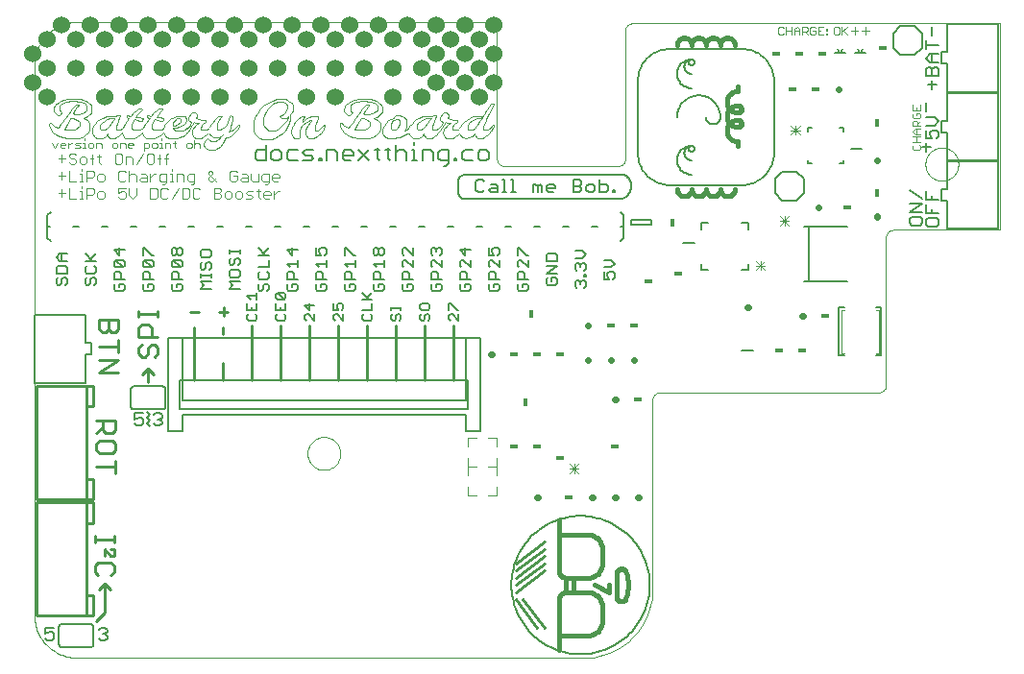
<source format=gto>
G75*
G70*
%OFA0B0*%
%FSLAX24Y24*%
%IPPOS*%
%LPD*%
%AMOC8*
5,1,8,0,0,1.08239X$1,22.5*
%
%ADD10C,0.0060*%
%ADD11C,0.0090*%
%ADD12C,0.0110*%
%ADD13C,0.0160*%
%ADD14C,0.0100*%
%ADD15C,0.0020*%
%ADD16C,0.0030*%
%ADD17C,0.0040*%
%ADD18C,0.0050*%
%ADD19C,0.0600*%
%ADD20C,0.0000*%
%ADD21C,0.0080*%
%ADD22C,0.0220*%
%ADD23R,0.0300X0.0180*%
%ADD24R,0.0180X0.0300*%
D10*
X007327Y002054D02*
X007254Y002128D01*
X007327Y002054D02*
X007474Y002054D01*
X007547Y002128D01*
X007547Y002275D01*
X007474Y002348D01*
X007401Y002348D01*
X007254Y002275D01*
X007254Y002495D01*
X007547Y002495D01*
X007724Y002524D02*
X007724Y001924D01*
X007726Y001907D01*
X007730Y001890D01*
X007737Y001874D01*
X007747Y001860D01*
X007760Y001847D01*
X007774Y001837D01*
X007790Y001830D01*
X007807Y001826D01*
X007824Y001824D01*
X008824Y001824D01*
X008841Y001826D01*
X008858Y001830D01*
X008874Y001837D01*
X008888Y001847D01*
X008901Y001860D01*
X008911Y001874D01*
X008918Y001890D01*
X008922Y001907D01*
X008924Y001924D01*
X008924Y002524D01*
X008922Y002541D01*
X008918Y002558D01*
X008911Y002574D01*
X008901Y002588D01*
X008888Y002601D01*
X008874Y002611D01*
X008858Y002618D01*
X008841Y002622D01*
X008824Y002624D01*
X007824Y002624D01*
X007807Y002622D01*
X007790Y002618D01*
X007774Y002611D01*
X007760Y002601D01*
X007747Y002588D01*
X007737Y002574D01*
X007730Y002558D01*
X007726Y002541D01*
X007724Y002524D01*
X009104Y002421D02*
X009177Y002495D01*
X009324Y002495D01*
X009397Y002421D01*
X009397Y002348D01*
X009324Y002275D01*
X009397Y002201D01*
X009397Y002128D01*
X009324Y002054D01*
X009177Y002054D01*
X009104Y002128D01*
X009251Y002275D02*
X009324Y002275D01*
X010427Y009504D02*
X010354Y009578D01*
X010427Y009504D02*
X010574Y009504D01*
X010647Y009578D01*
X010647Y009725D01*
X010574Y009798D01*
X010501Y009798D01*
X010354Y009725D01*
X010354Y009945D01*
X010647Y009945D01*
X010774Y009974D02*
X010874Y009874D01*
X010774Y009774D01*
X010874Y009674D01*
X010774Y009574D01*
X010874Y009474D01*
X011004Y009578D02*
X011077Y009504D01*
X011224Y009504D01*
X011297Y009578D01*
X011297Y009651D01*
X011224Y009725D01*
X011151Y009725D01*
X011224Y009725D02*
X011297Y009798D01*
X011297Y009871D01*
X011224Y009945D01*
X011077Y009945D01*
X011004Y009871D01*
X011324Y010074D02*
X010324Y010074D01*
X010307Y010076D01*
X010290Y010080D01*
X010274Y010087D01*
X010260Y010097D01*
X010247Y010110D01*
X010237Y010124D01*
X010230Y010140D01*
X010226Y010157D01*
X010224Y010174D01*
X010224Y010774D01*
X010226Y010791D01*
X010230Y010808D01*
X010237Y010824D01*
X010247Y010838D01*
X010260Y010851D01*
X010274Y010861D01*
X010290Y010868D01*
X010307Y010872D01*
X010324Y010874D01*
X011324Y010874D01*
X011341Y010872D01*
X011358Y010868D01*
X011374Y010861D01*
X011388Y010851D01*
X011401Y010838D01*
X011411Y010824D01*
X011418Y010808D01*
X011422Y010791D01*
X011424Y010774D01*
X011424Y010174D01*
X011422Y010157D01*
X011418Y010140D01*
X011411Y010124D01*
X011401Y010110D01*
X011388Y010097D01*
X011374Y010087D01*
X011358Y010080D01*
X011341Y010076D01*
X011324Y010074D01*
X014310Y013154D02*
X014537Y013154D01*
X014594Y013211D01*
X014594Y013325D01*
X014537Y013381D01*
X014594Y013523D02*
X014594Y013750D01*
X014594Y013891D02*
X014594Y014118D01*
X014594Y014004D02*
X014254Y014004D01*
X014367Y013891D01*
X014254Y013750D02*
X014254Y013523D01*
X014594Y013523D01*
X014424Y013523D02*
X014424Y013636D01*
X014310Y013381D02*
X014254Y013325D01*
X014254Y013211D01*
X014310Y013154D01*
X015254Y013211D02*
X015310Y013154D01*
X015537Y013154D01*
X015594Y013211D01*
X015594Y013325D01*
X015537Y013381D01*
X015594Y013523D02*
X015254Y013523D01*
X015254Y013750D01*
X015310Y013891D02*
X015254Y013948D01*
X015254Y014061D01*
X015310Y014118D01*
X015537Y013891D01*
X015594Y013948D01*
X015594Y014061D01*
X015537Y014118D01*
X015310Y014118D01*
X015310Y013891D02*
X015537Y013891D01*
X015594Y013750D02*
X015594Y013523D01*
X015424Y013523D02*
X015424Y013636D01*
X015310Y013381D02*
X015254Y013325D01*
X015254Y013211D01*
X016254Y013211D02*
X016310Y013154D01*
X016254Y013211D02*
X016254Y013325D01*
X016310Y013381D01*
X016367Y013381D01*
X016594Y013154D01*
X016594Y013381D01*
X016424Y013523D02*
X016254Y013693D01*
X016594Y013693D01*
X016424Y013750D02*
X016424Y013523D01*
X017254Y013523D02*
X017254Y013750D01*
X017367Y013693D02*
X017424Y013750D01*
X017537Y013750D01*
X017594Y013693D01*
X017594Y013579D01*
X017537Y013523D01*
X017424Y013523D02*
X017367Y013636D01*
X017367Y013693D01*
X017424Y013523D02*
X017254Y013523D01*
X017310Y013381D02*
X017254Y013325D01*
X017254Y013211D01*
X017310Y013154D01*
X017310Y013381D02*
X017367Y013381D01*
X017594Y013154D01*
X017594Y013381D01*
X018254Y013325D02*
X018254Y013211D01*
X018310Y013154D01*
X018537Y013154D01*
X018594Y013211D01*
X018594Y013325D01*
X018537Y013381D01*
X018594Y013523D02*
X018594Y013750D01*
X018594Y013891D02*
X018254Y013891D01*
X018424Y013948D02*
X018594Y014118D01*
X018694Y014176D02*
X018954Y014176D01*
X019019Y014241D01*
X019019Y014371D01*
X018954Y014436D01*
X018824Y014436D01*
X018824Y014306D01*
X018694Y014436D02*
X018629Y014371D01*
X018629Y014241D01*
X018694Y014176D01*
X018480Y013891D02*
X018254Y014118D01*
X018019Y014241D02*
X018019Y014371D01*
X017954Y014436D01*
X017824Y014436D01*
X017824Y014306D01*
X017694Y014176D02*
X017954Y014176D01*
X018019Y014241D01*
X017694Y014176D02*
X017629Y014241D01*
X017629Y014371D01*
X017694Y014436D01*
X017629Y014590D02*
X017629Y014785D01*
X017694Y014850D01*
X017824Y014850D01*
X017889Y014785D01*
X017889Y014590D01*
X018019Y014590D02*
X017629Y014590D01*
X017759Y015004D02*
X017629Y015135D01*
X018019Y015135D01*
X018019Y015265D02*
X018019Y015004D01*
X018019Y015419D02*
X017954Y015419D01*
X017694Y015679D01*
X017629Y015679D01*
X017629Y015419D01*
X017019Y015484D02*
X016954Y015419D01*
X017019Y015484D02*
X017019Y015614D01*
X016954Y015679D01*
X016824Y015679D01*
X016759Y015614D01*
X016759Y015549D01*
X016824Y015419D01*
X016629Y015419D01*
X016629Y015679D01*
X016019Y015614D02*
X015629Y015614D01*
X015824Y015419D01*
X015824Y015679D01*
X016019Y015265D02*
X016019Y015004D01*
X016019Y015135D02*
X015629Y015135D01*
X015759Y015004D01*
X015824Y014850D02*
X015889Y014785D01*
X015889Y014590D01*
X016019Y014590D02*
X015629Y014590D01*
X015629Y014785D01*
X015694Y014850D01*
X015824Y014850D01*
X015824Y014436D02*
X015824Y014306D01*
X015824Y014436D02*
X015954Y014436D01*
X016019Y014371D01*
X016019Y014241D01*
X015954Y014176D01*
X015694Y014176D01*
X015629Y014241D01*
X015629Y014371D01*
X015694Y014436D01*
X015019Y014371D02*
X015019Y014241D01*
X014954Y014176D01*
X014824Y014241D02*
X014824Y014371D01*
X014889Y014436D01*
X014954Y014436D01*
X015019Y014371D01*
X014954Y014590D02*
X015019Y014655D01*
X015019Y014785D01*
X014954Y014850D01*
X015019Y015004D02*
X015019Y015265D01*
X015019Y015419D02*
X014629Y015419D01*
X014824Y015484D02*
X015019Y015679D01*
X014889Y015419D02*
X014629Y015679D01*
X014019Y015618D02*
X014019Y015488D01*
X014019Y015553D02*
X013629Y015553D01*
X013629Y015488D02*
X013629Y015618D01*
X013694Y015334D02*
X013629Y015269D01*
X013629Y015139D01*
X013694Y015073D01*
X013759Y015073D01*
X013824Y015139D01*
X013824Y015269D01*
X013889Y015334D01*
X013954Y015334D01*
X014019Y015269D01*
X014019Y015139D01*
X013954Y015073D01*
X013954Y014919D02*
X013694Y014919D01*
X013629Y014854D01*
X013629Y014724D01*
X013694Y014659D01*
X013954Y014659D01*
X014019Y014724D01*
X014019Y014854D01*
X013954Y014919D01*
X014019Y014505D02*
X013629Y014505D01*
X013759Y014375D01*
X013629Y014245D01*
X014019Y014245D01*
X014629Y014241D02*
X014694Y014176D01*
X014759Y014176D01*
X014824Y014241D01*
X014629Y014241D02*
X014629Y014371D01*
X014694Y014436D01*
X014694Y014590D02*
X014954Y014590D01*
X014694Y014590D02*
X014629Y014655D01*
X014629Y014785D01*
X014694Y014850D01*
X014629Y015004D02*
X015019Y015004D01*
X016629Y015135D02*
X016759Y015004D01*
X016824Y014850D02*
X016889Y014785D01*
X016889Y014590D01*
X017019Y014590D02*
X016629Y014590D01*
X016629Y014785D01*
X016694Y014850D01*
X016824Y014850D01*
X017019Y015004D02*
X017019Y015265D01*
X017019Y015135D02*
X016629Y015135D01*
X016694Y014436D02*
X016629Y014371D01*
X016629Y014241D01*
X016694Y014176D01*
X016954Y014176D01*
X017019Y014241D01*
X017019Y014371D01*
X016954Y014436D01*
X016824Y014436D01*
X016824Y014306D01*
X018254Y013523D02*
X018594Y013523D01*
X018310Y013381D02*
X018254Y013325D01*
X019254Y013325D02*
X019254Y013211D01*
X019310Y013154D01*
X019367Y013154D01*
X019424Y013211D01*
X019424Y013325D01*
X019480Y013381D01*
X019537Y013381D01*
X019594Y013325D01*
X019594Y013211D01*
X019537Y013154D01*
X019310Y013381D02*
X019254Y013325D01*
X019254Y013523D02*
X019254Y013636D01*
X019254Y013579D02*
X019594Y013579D01*
X019594Y013523D02*
X019594Y013636D01*
X020254Y013579D02*
X020310Y013523D01*
X020537Y013523D01*
X020594Y013579D01*
X020594Y013693D01*
X020537Y013750D01*
X020310Y013750D01*
X020254Y013693D01*
X020254Y013579D01*
X020310Y013381D02*
X020254Y013325D01*
X020254Y013211D01*
X020310Y013154D01*
X020367Y013154D01*
X020424Y013211D01*
X020424Y013325D01*
X020480Y013381D01*
X020537Y013381D01*
X020594Y013325D01*
X020594Y013211D01*
X020537Y013154D01*
X021254Y013211D02*
X021310Y013154D01*
X021254Y013211D02*
X021254Y013325D01*
X021310Y013381D01*
X021367Y013381D01*
X021594Y013154D01*
X021594Y013381D01*
X021594Y013523D02*
X021537Y013523D01*
X021310Y013750D01*
X021254Y013750D01*
X021254Y013523D01*
X020954Y014176D02*
X020694Y014176D01*
X020629Y014241D01*
X020629Y014371D01*
X020694Y014436D01*
X020824Y014436D02*
X020824Y014306D01*
X020824Y014436D02*
X020954Y014436D01*
X021019Y014371D01*
X021019Y014241D01*
X020954Y014176D01*
X021629Y014241D02*
X021629Y014371D01*
X021694Y014436D01*
X021824Y014436D02*
X021824Y014306D01*
X021824Y014436D02*
X021954Y014436D01*
X022019Y014371D01*
X022019Y014241D01*
X021954Y014176D01*
X021694Y014176D01*
X021629Y014241D01*
X021629Y014590D02*
X021629Y014785D01*
X021694Y014850D01*
X021824Y014850D01*
X021889Y014785D01*
X021889Y014590D01*
X022019Y014590D02*
X021629Y014590D01*
X021694Y015004D02*
X021629Y015069D01*
X021629Y015200D01*
X021694Y015265D01*
X021759Y015265D01*
X022019Y015004D01*
X022019Y015265D01*
X021824Y015419D02*
X021629Y015614D01*
X022019Y015614D01*
X021824Y015679D02*
X021824Y015419D01*
X022629Y015419D02*
X022824Y015419D01*
X022759Y015549D01*
X022759Y015614D01*
X022824Y015679D01*
X022954Y015679D01*
X023019Y015614D01*
X023019Y015484D01*
X022954Y015419D01*
X023019Y015265D02*
X023019Y015004D01*
X022759Y015265D01*
X022694Y015265D01*
X022629Y015200D01*
X022629Y015069D01*
X022694Y015004D01*
X022694Y014850D02*
X022824Y014850D01*
X022889Y014785D01*
X022889Y014590D01*
X023019Y014590D02*
X022629Y014590D01*
X022629Y014785D01*
X022694Y014850D01*
X022694Y014436D02*
X022629Y014371D01*
X022629Y014241D01*
X022694Y014176D01*
X022954Y014176D01*
X023019Y014241D01*
X023019Y014371D01*
X022954Y014436D01*
X022824Y014436D01*
X022824Y014306D01*
X023629Y014371D02*
X023629Y014241D01*
X023694Y014176D01*
X023954Y014176D01*
X024019Y014241D01*
X024019Y014371D01*
X023954Y014436D01*
X023824Y014436D01*
X023824Y014306D01*
X023694Y014436D02*
X023629Y014371D01*
X023629Y014590D02*
X023629Y014785D01*
X023694Y014850D01*
X023824Y014850D01*
X023889Y014785D01*
X023889Y014590D01*
X024019Y014590D02*
X023629Y014590D01*
X023694Y015004D02*
X023629Y015069D01*
X023629Y015200D01*
X023694Y015265D01*
X023759Y015265D01*
X024019Y015004D01*
X024019Y015265D01*
X024019Y015419D02*
X023954Y015419D01*
X023694Y015679D01*
X023629Y015679D01*
X023629Y015419D01*
X024629Y015407D02*
X024629Y015212D01*
X025019Y015212D01*
X025019Y015407D01*
X024954Y015472D01*
X024694Y015472D01*
X024629Y015407D01*
X024629Y015057D02*
X025019Y015057D01*
X024629Y014797D01*
X025019Y014797D01*
X024954Y014643D02*
X024824Y014643D01*
X024824Y014513D01*
X024954Y014643D02*
X025019Y014578D01*
X025019Y014448D01*
X024954Y014383D01*
X024694Y014383D01*
X024629Y014448D01*
X024629Y014578D01*
X024694Y014643D01*
X025629Y014474D02*
X025694Y014540D01*
X025759Y014540D01*
X025824Y014474D01*
X025889Y014540D01*
X025954Y014540D01*
X026019Y014474D01*
X026019Y014344D01*
X025954Y014279D01*
X025824Y014409D02*
X025824Y014474D01*
X025629Y014474D02*
X025629Y014344D01*
X025694Y014279D01*
X025954Y014694D02*
X025954Y014759D01*
X026019Y014759D01*
X026019Y014694D01*
X025954Y014694D01*
X025954Y014901D02*
X026019Y014966D01*
X026019Y015096D01*
X025954Y015161D01*
X025889Y015161D01*
X025824Y015096D01*
X025824Y015031D01*
X025824Y015096D02*
X025759Y015161D01*
X025694Y015161D01*
X025629Y015096D01*
X025629Y014966D01*
X025694Y014901D01*
X025629Y015315D02*
X025889Y015315D01*
X026019Y015445D01*
X025889Y015575D01*
X025629Y015575D01*
X026629Y015265D02*
X026889Y015265D01*
X027019Y015135D01*
X026889Y015004D01*
X026629Y015004D01*
X026629Y014850D02*
X026629Y014590D01*
X026824Y014590D01*
X026759Y014720D01*
X026759Y014785D01*
X026824Y014850D01*
X026954Y014850D01*
X027019Y014785D01*
X027019Y014655D01*
X026954Y014590D01*
X029364Y015854D02*
X029764Y015854D01*
X030004Y016314D02*
X030004Y016544D01*
X030234Y016544D01*
X031414Y016544D02*
X031644Y016544D01*
X031644Y016314D01*
X031644Y015134D02*
X031644Y014904D01*
X031414Y014904D01*
X030234Y014904D02*
X030004Y014904D01*
X030004Y015134D01*
X027144Y017374D02*
X021843Y017374D01*
X021843Y017375D02*
X021813Y017377D01*
X021783Y017382D01*
X021754Y017390D01*
X021726Y017402D01*
X021700Y017416D01*
X021675Y017434D01*
X021653Y017454D01*
X021633Y017476D01*
X021615Y017501D01*
X021601Y017527D01*
X021589Y017555D01*
X021581Y017584D01*
X021576Y017614D01*
X021574Y017644D01*
X021574Y017974D01*
X021576Y018004D01*
X021581Y018034D01*
X021590Y018063D01*
X021603Y018090D01*
X021618Y018116D01*
X021637Y018140D01*
X021658Y018161D01*
X021682Y018180D01*
X021708Y018195D01*
X021735Y018208D01*
X021764Y018217D01*
X021794Y018222D01*
X021824Y018224D01*
X027220Y018224D01*
X027220Y018225D02*
X027257Y018223D01*
X027294Y018217D01*
X027329Y018208D01*
X027364Y018194D01*
X027397Y018178D01*
X027428Y018157D01*
X027457Y018134D01*
X027483Y018108D01*
X027506Y018079D01*
X027527Y018048D01*
X027543Y018015D01*
X027557Y017980D01*
X027566Y017945D01*
X027572Y017908D01*
X027574Y017871D01*
X027574Y017805D01*
X027572Y017765D01*
X027567Y017726D01*
X027558Y017687D01*
X027545Y017650D01*
X027529Y017613D01*
X027510Y017579D01*
X027487Y017546D01*
X027462Y017515D01*
X027434Y017487D01*
X027403Y017462D01*
X027370Y017439D01*
X027336Y017420D01*
X027299Y017404D01*
X027262Y017391D01*
X027223Y017382D01*
X027184Y017377D01*
X027144Y017375D01*
X027020Y017604D02*
X026946Y017604D01*
X026946Y017678D01*
X027020Y017678D01*
X027020Y017604D01*
X026779Y017678D02*
X026779Y017825D01*
X026706Y017898D01*
X026486Y017898D01*
X026486Y018045D02*
X026486Y017604D01*
X026706Y017604D01*
X026779Y017678D01*
X026319Y017678D02*
X026319Y017825D01*
X026246Y017898D01*
X026099Y017898D01*
X026026Y017825D01*
X026026Y017678D01*
X026099Y017604D01*
X026246Y017604D01*
X026319Y017678D01*
X025859Y017678D02*
X025785Y017604D01*
X025565Y017604D01*
X025565Y018045D01*
X025785Y018045D01*
X025859Y017971D01*
X025859Y017898D01*
X025785Y017825D01*
X025565Y017825D01*
X025785Y017825D02*
X025859Y017751D01*
X025859Y017678D01*
X024938Y017751D02*
X024644Y017751D01*
X024644Y017678D02*
X024644Y017825D01*
X024718Y017898D01*
X024865Y017898D01*
X024938Y017825D01*
X024938Y017751D01*
X024865Y017604D02*
X024718Y017604D01*
X024644Y017678D01*
X024478Y017604D02*
X024478Y017825D01*
X024404Y017898D01*
X024331Y017825D01*
X024331Y017604D01*
X024184Y017604D02*
X024184Y017898D01*
X024257Y017898D01*
X024331Y017825D01*
X023563Y017604D02*
X023417Y017604D01*
X023490Y017604D02*
X023490Y018045D01*
X023417Y018045D01*
X023183Y018045D02*
X023183Y017604D01*
X023110Y017604D02*
X023256Y017604D01*
X022943Y017604D02*
X022943Y017825D01*
X022869Y017898D01*
X022723Y017898D01*
X022723Y017751D02*
X022943Y017751D01*
X022943Y017604D02*
X022723Y017604D01*
X022649Y017678D01*
X022723Y017751D01*
X022482Y017678D02*
X022409Y017604D01*
X022262Y017604D01*
X022189Y017678D01*
X022189Y017971D01*
X022262Y018045D01*
X022409Y018045D01*
X022482Y017971D01*
X023110Y018045D02*
X023183Y018045D01*
X022629Y015679D02*
X022629Y015419D01*
X021019Y015484D02*
X020954Y015419D01*
X021019Y015484D02*
X021019Y015614D01*
X020954Y015679D01*
X020889Y015679D01*
X020824Y015614D01*
X020824Y015549D01*
X020824Y015614D02*
X020759Y015679D01*
X020694Y015679D01*
X020629Y015614D01*
X020629Y015484D01*
X020694Y015419D01*
X020694Y015265D02*
X020629Y015200D01*
X020629Y015069D01*
X020694Y015004D01*
X020694Y014850D02*
X020824Y014850D01*
X020889Y014785D01*
X020889Y014590D01*
X021019Y014590D02*
X020629Y014590D01*
X020629Y014785D01*
X020694Y014850D01*
X021019Y015004D02*
X020759Y015265D01*
X020694Y015265D01*
X021019Y015265D02*
X021019Y015004D01*
X020019Y015004D02*
X019759Y015265D01*
X019694Y015265D01*
X019629Y015200D01*
X019629Y015069D01*
X019694Y015004D01*
X019694Y014850D02*
X019824Y014850D01*
X019889Y014785D01*
X019889Y014590D01*
X020019Y014590D02*
X019629Y014590D01*
X019629Y014785D01*
X019694Y014850D01*
X020019Y015004D02*
X020019Y015265D01*
X020019Y015419D02*
X019759Y015679D01*
X019694Y015679D01*
X019629Y015614D01*
X019629Y015484D01*
X019694Y015419D01*
X020019Y015419D02*
X020019Y015679D01*
X019019Y015614D02*
X019019Y015484D01*
X018954Y015419D01*
X018889Y015419D01*
X018824Y015484D01*
X018824Y015614D01*
X018889Y015679D01*
X018954Y015679D01*
X019019Y015614D01*
X018824Y015614D02*
X018759Y015679D01*
X018694Y015679D01*
X018629Y015614D01*
X018629Y015484D01*
X018694Y015419D01*
X018759Y015419D01*
X018824Y015484D01*
X019019Y015265D02*
X019019Y015004D01*
X019019Y015135D02*
X018629Y015135D01*
X018759Y015004D01*
X018824Y014850D02*
X018889Y014785D01*
X018889Y014590D01*
X019019Y014590D02*
X018629Y014590D01*
X018629Y014785D01*
X018694Y014850D01*
X018824Y014850D01*
X019629Y014371D02*
X019629Y014241D01*
X019694Y014176D01*
X019954Y014176D01*
X020019Y014241D01*
X020019Y014371D01*
X019954Y014436D01*
X019824Y014436D01*
X019824Y014306D01*
X019694Y014436D02*
X019629Y014371D01*
X013019Y014245D02*
X012629Y014245D01*
X012759Y014375D01*
X012629Y014505D01*
X013019Y014505D01*
X013019Y014659D02*
X013019Y014789D01*
X013019Y014724D02*
X012629Y014724D01*
X012629Y014659D02*
X012629Y014789D01*
X012694Y014935D02*
X012759Y014935D01*
X012824Y015000D01*
X012824Y015131D01*
X012889Y015196D01*
X012954Y015196D01*
X013019Y015131D01*
X013019Y015000D01*
X012954Y014935D01*
X012694Y014935D02*
X012629Y015000D01*
X012629Y015131D01*
X012694Y015196D01*
X012694Y015350D02*
X012954Y015350D01*
X013019Y015415D01*
X013019Y015545D01*
X012954Y015610D01*
X012694Y015610D01*
X012629Y015545D01*
X012629Y015415D01*
X012694Y015350D01*
X012019Y015484D02*
X011954Y015419D01*
X011889Y015419D01*
X011824Y015484D01*
X011824Y015614D01*
X011889Y015679D01*
X011954Y015679D01*
X012019Y015614D01*
X012019Y015484D01*
X011824Y015484D02*
X011759Y015419D01*
X011694Y015419D01*
X011629Y015484D01*
X011629Y015614D01*
X011694Y015679D01*
X011759Y015679D01*
X011824Y015614D01*
X011954Y015265D02*
X012019Y015200D01*
X012019Y015069D01*
X011954Y015004D01*
X011694Y015265D01*
X011954Y015265D01*
X011694Y015265D02*
X011629Y015200D01*
X011629Y015069D01*
X011694Y015004D01*
X011954Y015004D01*
X011824Y014850D02*
X011889Y014785D01*
X011889Y014590D01*
X012019Y014590D02*
X011629Y014590D01*
X011629Y014785D01*
X011694Y014850D01*
X011824Y014850D01*
X011824Y014436D02*
X011824Y014306D01*
X011824Y014436D02*
X011954Y014436D01*
X012019Y014371D01*
X012019Y014241D01*
X011954Y014176D01*
X011694Y014176D01*
X011629Y014241D01*
X011629Y014371D01*
X011694Y014436D01*
X011019Y014371D02*
X011019Y014241D01*
X010954Y014176D01*
X010694Y014176D01*
X010629Y014241D01*
X010629Y014371D01*
X010694Y014436D01*
X010824Y014436D02*
X010824Y014306D01*
X010824Y014436D02*
X010954Y014436D01*
X011019Y014371D01*
X011019Y014590D02*
X010629Y014590D01*
X010629Y014785D01*
X010694Y014850D01*
X010824Y014850D01*
X010889Y014785D01*
X010889Y014590D01*
X010954Y015004D02*
X010694Y015265D01*
X010954Y015265D01*
X011019Y015200D01*
X011019Y015069D01*
X010954Y015004D01*
X010694Y015004D01*
X010629Y015069D01*
X010629Y015200D01*
X010694Y015265D01*
X010629Y015419D02*
X010629Y015679D01*
X010694Y015679D01*
X010954Y015419D01*
X011019Y015419D01*
X010019Y015614D02*
X009629Y015614D01*
X009824Y015419D01*
X009824Y015679D01*
X009694Y015265D02*
X009954Y015265D01*
X010019Y015200D01*
X010019Y015069D01*
X009954Y015004D01*
X009694Y015265D01*
X009629Y015200D01*
X009629Y015069D01*
X009694Y015004D01*
X009954Y015004D01*
X009824Y014850D02*
X009889Y014785D01*
X009889Y014590D01*
X010019Y014590D02*
X009629Y014590D01*
X009629Y014785D01*
X009694Y014850D01*
X009824Y014850D01*
X009824Y014436D02*
X009824Y014306D01*
X009824Y014436D02*
X009954Y014436D01*
X010019Y014371D01*
X010019Y014241D01*
X009954Y014176D01*
X009694Y014176D01*
X009629Y014241D01*
X009629Y014371D01*
X009694Y014436D01*
X009019Y014448D02*
X009019Y014578D01*
X008954Y014643D01*
X008889Y014643D01*
X008824Y014578D01*
X008824Y014448D01*
X008759Y014383D01*
X008694Y014383D01*
X008629Y014448D01*
X008629Y014578D01*
X008694Y014643D01*
X008694Y014797D02*
X008954Y014797D01*
X009019Y014862D01*
X009019Y014992D01*
X008954Y015057D01*
X009019Y015212D02*
X008629Y015212D01*
X008694Y015057D02*
X008629Y014992D01*
X008629Y014862D01*
X008694Y014797D01*
X009019Y014448D02*
X008954Y014383D01*
X008019Y014448D02*
X007954Y014383D01*
X008019Y014448D02*
X008019Y014578D01*
X007954Y014643D01*
X007889Y014643D01*
X007824Y014578D01*
X007824Y014448D01*
X007759Y014383D01*
X007694Y014383D01*
X007629Y014448D01*
X007629Y014578D01*
X007694Y014643D01*
X007629Y014797D02*
X007629Y014992D01*
X007694Y015057D01*
X007954Y015057D01*
X008019Y014992D01*
X008019Y014797D01*
X007629Y014797D01*
X007759Y015212D02*
X007629Y015342D01*
X007759Y015472D01*
X008019Y015472D01*
X007824Y015472D02*
X007824Y015212D01*
X007759Y015212D02*
X008019Y015212D01*
X008629Y015472D02*
X008889Y015212D01*
X008824Y015277D02*
X009019Y015472D01*
X023424Y003974D02*
X023427Y004092D01*
X023436Y004209D01*
X023450Y004326D01*
X023470Y004442D01*
X023496Y004557D01*
X023527Y004671D01*
X023564Y004783D01*
X023607Y004892D01*
X023654Y005000D01*
X023707Y005105D01*
X023765Y005208D01*
X023828Y005307D01*
X023896Y005404D01*
X023969Y005497D01*
X024046Y005586D01*
X024127Y005671D01*
X024212Y005752D01*
X024301Y005829D01*
X024394Y005902D01*
X024491Y005970D01*
X024590Y006033D01*
X024693Y006091D01*
X024798Y006144D01*
X024906Y006191D01*
X025015Y006234D01*
X025127Y006271D01*
X025241Y006302D01*
X025356Y006328D01*
X025472Y006348D01*
X025589Y006362D01*
X025706Y006371D01*
X025824Y006374D01*
X025942Y006371D01*
X026059Y006362D01*
X026176Y006348D01*
X026292Y006328D01*
X026407Y006302D01*
X026521Y006271D01*
X026633Y006234D01*
X026742Y006191D01*
X026850Y006144D01*
X026955Y006091D01*
X027058Y006033D01*
X027157Y005970D01*
X027254Y005902D01*
X027347Y005829D01*
X027436Y005752D01*
X027521Y005671D01*
X027602Y005586D01*
X027679Y005497D01*
X027752Y005404D01*
X027820Y005307D01*
X027883Y005208D01*
X027941Y005105D01*
X027994Y005000D01*
X028041Y004892D01*
X028084Y004783D01*
X028121Y004671D01*
X028152Y004557D01*
X028178Y004442D01*
X028198Y004326D01*
X028212Y004209D01*
X028221Y004092D01*
X028224Y003974D01*
X028221Y003856D01*
X028212Y003739D01*
X028198Y003622D01*
X028178Y003506D01*
X028152Y003391D01*
X028121Y003277D01*
X028084Y003165D01*
X028041Y003056D01*
X027994Y002948D01*
X027941Y002843D01*
X027883Y002740D01*
X027820Y002641D01*
X027752Y002544D01*
X027679Y002451D01*
X027602Y002362D01*
X027521Y002277D01*
X027436Y002196D01*
X027347Y002119D01*
X027254Y002046D01*
X027157Y001978D01*
X027058Y001915D01*
X026955Y001857D01*
X026850Y001804D01*
X026742Y001757D01*
X026633Y001714D01*
X026521Y001677D01*
X026407Y001646D01*
X026292Y001620D01*
X026176Y001600D01*
X026059Y001586D01*
X025942Y001577D01*
X025824Y001574D01*
X025706Y001577D01*
X025589Y001586D01*
X025472Y001600D01*
X025356Y001620D01*
X025241Y001646D01*
X025127Y001677D01*
X025015Y001714D01*
X024906Y001757D01*
X024798Y001804D01*
X024693Y001857D01*
X024590Y001915D01*
X024491Y001978D01*
X024394Y002046D01*
X024301Y002119D01*
X024212Y002196D01*
X024127Y002277D01*
X024046Y002362D01*
X023969Y002451D01*
X023896Y002544D01*
X023828Y002641D01*
X023765Y002740D01*
X023707Y002843D01*
X023654Y002948D01*
X023607Y003056D01*
X023564Y003165D01*
X023527Y003277D01*
X023496Y003391D01*
X023470Y003506D01*
X023450Y003622D01*
X023436Y003739D01*
X023427Y003856D01*
X023424Y003974D01*
X034794Y011944D02*
X034974Y011944D01*
X034794Y011944D02*
X034794Y013604D01*
X034964Y013604D01*
X036084Y013604D02*
X036254Y013604D01*
X036254Y011944D01*
X036094Y011944D01*
X037877Y016423D02*
X038171Y016423D01*
X038244Y016497D01*
X038244Y016643D01*
X038171Y016717D01*
X037877Y016717D01*
X037804Y016643D01*
X037804Y016497D01*
X037877Y016423D01*
X037674Y016537D02*
X037601Y016463D01*
X037307Y016463D01*
X037234Y016537D01*
X037234Y016683D01*
X037307Y016757D01*
X037601Y016757D01*
X037674Y016683D01*
X037674Y016537D01*
X037804Y016884D02*
X037804Y017177D01*
X037674Y017217D02*
X037234Y017217D01*
X037234Y016924D02*
X037674Y017217D01*
X037674Y017384D02*
X037234Y017678D01*
X037804Y017638D02*
X037804Y017344D01*
X038244Y017344D01*
X038024Y017344D02*
X038024Y017491D01*
X038024Y017030D02*
X038024Y016884D01*
X038244Y016884D02*
X037804Y016884D01*
X037674Y016924D02*
X037234Y016924D01*
X034944Y018604D02*
X034944Y018734D01*
X034944Y018604D02*
X034814Y018604D01*
X035204Y019134D02*
X035594Y019134D01*
X034944Y019714D02*
X034944Y019844D01*
X034814Y019844D01*
X033834Y019844D02*
X033704Y019844D01*
X033704Y019714D01*
X033704Y018734D02*
X033704Y018604D01*
X033834Y018604D01*
X037677Y019180D02*
X037971Y019180D01*
X037824Y019033D02*
X037824Y019326D01*
X037804Y019473D02*
X038024Y019473D01*
X037950Y019620D01*
X037950Y019693D01*
X038024Y019767D01*
X038171Y019767D01*
X038244Y019693D01*
X038244Y019547D01*
X038171Y019473D01*
X037804Y019473D02*
X037804Y019767D01*
X037804Y019934D02*
X038097Y019934D01*
X038244Y020080D01*
X038097Y020227D01*
X037804Y020227D01*
X037824Y020414D02*
X037824Y020708D01*
X038024Y021202D02*
X038024Y021496D01*
X038024Y021663D02*
X038024Y021883D01*
X038097Y021956D01*
X038171Y021956D01*
X038244Y021883D01*
X038244Y021663D01*
X037804Y021663D01*
X037804Y021883D01*
X037877Y021956D01*
X037950Y021956D01*
X038024Y021883D01*
X038024Y022123D02*
X038024Y022417D01*
X037950Y022417D02*
X038244Y022417D01*
X037950Y022417D02*
X037804Y022270D01*
X037950Y022123D01*
X038244Y022123D01*
X037804Y022584D02*
X037804Y022877D01*
X037804Y022730D02*
X038244Y022730D01*
X038024Y023044D02*
X038024Y023338D01*
X037877Y021349D02*
X038171Y021349D01*
D11*
X011154Y013496D02*
X011154Y013276D01*
X011154Y013386D02*
X010493Y013386D01*
X010493Y013276D02*
X010493Y013496D01*
X010603Y013025D02*
X010824Y013025D01*
X010934Y012915D01*
X010934Y012585D01*
X011154Y012585D02*
X010493Y012585D01*
X010493Y012915D01*
X010603Y013025D01*
X009779Y013179D02*
X009779Y012849D01*
X009669Y012739D01*
X009559Y012739D01*
X009449Y012849D01*
X009449Y013179D01*
X009449Y012849D02*
X009339Y012739D01*
X009229Y012739D01*
X009119Y012849D01*
X009119Y013179D01*
X009779Y013179D01*
X009779Y012489D02*
X009779Y012048D01*
X009779Y012269D02*
X009119Y012269D01*
X009119Y011798D02*
X009779Y011798D01*
X009119Y011358D01*
X009779Y011358D01*
X010493Y012005D02*
X010603Y011894D01*
X010714Y011894D01*
X010824Y012005D01*
X010824Y012225D01*
X010934Y012335D01*
X011044Y012335D01*
X011154Y012225D01*
X011154Y012005D01*
X011044Y011894D01*
X010493Y012005D02*
X010493Y012225D01*
X010603Y012335D01*
X009679Y009679D02*
X009019Y009679D01*
X009239Y009679D02*
X009239Y009349D01*
X009349Y009239D01*
X009569Y009239D01*
X009679Y009349D01*
X009679Y009679D01*
X009239Y009459D02*
X009019Y009239D01*
X009129Y008989D02*
X009019Y008879D01*
X009019Y008659D01*
X009129Y008548D01*
X009569Y008548D01*
X009679Y008659D01*
X009679Y008879D01*
X009569Y008989D01*
X009129Y008989D01*
X009679Y008298D02*
X009679Y007858D01*
X009679Y008078D02*
X009019Y008078D01*
X008969Y005679D02*
X008969Y005459D01*
X008969Y005569D02*
X009629Y005569D01*
X009629Y005679D02*
X009629Y005459D01*
X009629Y005219D02*
X009629Y004999D01*
X009519Y004999D01*
X009299Y005219D01*
X009299Y004999D01*
X009519Y005219D02*
X009629Y005219D01*
X009519Y004759D02*
X009079Y004759D01*
X008969Y004649D01*
X008969Y004428D01*
X009079Y004318D01*
X009519Y004318D02*
X009629Y004428D01*
X009629Y004649D01*
X009519Y004759D01*
D12*
X012279Y013455D02*
X012579Y013455D01*
X013279Y013455D02*
X013579Y013455D01*
X013429Y013605D02*
X013429Y013304D01*
D13*
X025074Y006224D02*
X025074Y005724D01*
X026074Y005724D01*
X026118Y005722D01*
X026161Y005716D01*
X026203Y005707D01*
X026245Y005694D01*
X026285Y005677D01*
X026324Y005657D01*
X026361Y005634D01*
X026395Y005607D01*
X026428Y005578D01*
X026457Y005545D01*
X026484Y005511D01*
X026507Y005474D01*
X026527Y005435D01*
X026544Y005395D01*
X026557Y005353D01*
X026566Y005311D01*
X026572Y005268D01*
X026574Y005224D01*
X026574Y004724D01*
X026572Y004680D01*
X026566Y004637D01*
X026557Y004595D01*
X026544Y004553D01*
X026527Y004513D01*
X026507Y004474D01*
X026484Y004437D01*
X026457Y004403D01*
X026428Y004370D01*
X026395Y004341D01*
X026361Y004314D01*
X026324Y004291D01*
X026285Y004271D01*
X026245Y004254D01*
X026203Y004241D01*
X026161Y004232D01*
X026118Y004226D01*
X026074Y004224D01*
X025574Y004224D01*
X025574Y003724D01*
X026074Y003724D01*
X027389Y003510D02*
X027412Y003574D01*
X027432Y003638D01*
X027449Y003704D01*
X027461Y003771D01*
X027471Y003838D01*
X027476Y003906D01*
X027478Y003974D01*
X027476Y004042D01*
X027471Y004110D01*
X027461Y004177D01*
X027449Y004244D01*
X027432Y004310D01*
X027412Y004374D01*
X027389Y004438D01*
X027388Y004439D02*
X027378Y004460D01*
X027365Y004479D01*
X027349Y004497D01*
X027330Y004512D01*
X027310Y004524D01*
X027288Y004533D01*
X027265Y004539D01*
X027242Y004541D01*
X027218Y004540D01*
X027195Y004535D01*
X027172Y004528D01*
X027151Y004517D01*
X027132Y004503D01*
X027115Y004486D01*
X027101Y004468D01*
X027089Y004447D01*
X027081Y004425D01*
X027076Y004402D01*
X027074Y004378D01*
X027074Y003571D01*
X027076Y003547D01*
X027081Y003524D01*
X027089Y003502D01*
X027101Y003481D01*
X027115Y003463D01*
X027132Y003446D01*
X027151Y003432D01*
X027172Y003421D01*
X027195Y003414D01*
X027218Y003409D01*
X027242Y003408D01*
X027265Y003410D01*
X027288Y003416D01*
X027310Y003425D01*
X027330Y003437D01*
X027349Y003452D01*
X027365Y003470D01*
X027378Y003489D01*
X027388Y003510D01*
X026824Y003724D02*
X026824Y003974D01*
X026824Y003724D02*
X026324Y003974D01*
X025574Y003724D02*
X025324Y003724D01*
X025324Y004224D01*
X025574Y004224D01*
X025324Y004224D02*
X025294Y004226D01*
X025264Y004231D01*
X025235Y004240D01*
X025208Y004253D01*
X025182Y004268D01*
X025158Y004287D01*
X025137Y004308D01*
X025118Y004332D01*
X025103Y004358D01*
X025090Y004385D01*
X025081Y004414D01*
X025076Y004444D01*
X025074Y004474D01*
X025074Y005724D01*
X025074Y003474D02*
X025074Y002224D01*
X026074Y002224D01*
X026118Y002226D01*
X026161Y002232D01*
X026203Y002241D01*
X026245Y002254D01*
X026285Y002271D01*
X026324Y002291D01*
X026361Y002314D01*
X026395Y002341D01*
X026428Y002370D01*
X026457Y002403D01*
X026484Y002437D01*
X026507Y002474D01*
X026527Y002513D01*
X026544Y002553D01*
X026557Y002595D01*
X026566Y002637D01*
X026572Y002680D01*
X026574Y002724D01*
X026574Y003224D01*
X026572Y003268D01*
X026566Y003311D01*
X026557Y003353D01*
X026544Y003395D01*
X026527Y003435D01*
X026507Y003474D01*
X026484Y003511D01*
X026457Y003545D01*
X026428Y003578D01*
X026395Y003607D01*
X026361Y003634D01*
X026324Y003657D01*
X026285Y003677D01*
X026245Y003694D01*
X026203Y003707D01*
X026161Y003716D01*
X026118Y003722D01*
X026074Y003724D01*
X025324Y003724D02*
X025294Y003722D01*
X025264Y003717D01*
X025235Y003708D01*
X025208Y003695D01*
X025182Y003680D01*
X025158Y003661D01*
X025137Y003640D01*
X025118Y003616D01*
X025103Y003590D01*
X025090Y003563D01*
X025081Y003534D01*
X025076Y003504D01*
X025074Y003474D01*
X025074Y002224D02*
X025074Y001724D01*
X029174Y017724D02*
X029176Y017694D01*
X029181Y017664D01*
X029190Y017635D01*
X029203Y017608D01*
X029218Y017582D01*
X029237Y017558D01*
X029258Y017537D01*
X029282Y017518D01*
X029308Y017503D01*
X029335Y017490D01*
X029364Y017481D01*
X029394Y017476D01*
X029424Y017474D01*
X029454Y017476D01*
X029484Y017481D01*
X029513Y017490D01*
X029540Y017503D01*
X029566Y017518D01*
X029590Y017537D01*
X029611Y017558D01*
X029630Y017582D01*
X029645Y017608D01*
X029658Y017635D01*
X029667Y017664D01*
X029672Y017694D01*
X029674Y017724D01*
X029676Y017694D01*
X029681Y017664D01*
X029690Y017635D01*
X029703Y017608D01*
X029718Y017582D01*
X029737Y017558D01*
X029758Y017537D01*
X029782Y017518D01*
X029808Y017503D01*
X029835Y017490D01*
X029864Y017481D01*
X029894Y017476D01*
X029924Y017474D01*
X029954Y017476D01*
X029984Y017481D01*
X030013Y017490D01*
X030040Y017503D01*
X030066Y017518D01*
X030090Y017537D01*
X030111Y017558D01*
X030130Y017582D01*
X030145Y017608D01*
X030158Y017635D01*
X030167Y017664D01*
X030172Y017694D01*
X030174Y017724D01*
X030176Y017694D01*
X030181Y017664D01*
X030190Y017635D01*
X030203Y017608D01*
X030218Y017582D01*
X030237Y017558D01*
X030258Y017537D01*
X030282Y017518D01*
X030308Y017503D01*
X030335Y017490D01*
X030364Y017481D01*
X030394Y017476D01*
X030424Y017474D01*
X030454Y017476D01*
X030484Y017481D01*
X030513Y017490D01*
X030540Y017503D01*
X030566Y017518D01*
X030590Y017537D01*
X030611Y017558D01*
X030630Y017582D01*
X030645Y017608D01*
X030658Y017635D01*
X030667Y017664D01*
X030672Y017694D01*
X030674Y017724D01*
X030676Y017694D01*
X030681Y017664D01*
X030690Y017635D01*
X030703Y017608D01*
X030718Y017582D01*
X030737Y017558D01*
X030758Y017537D01*
X030782Y017518D01*
X030808Y017503D01*
X030835Y017490D01*
X030864Y017481D01*
X030894Y017476D01*
X030924Y017474D01*
X030954Y017476D01*
X030984Y017481D01*
X031013Y017490D01*
X031040Y017503D01*
X031066Y017518D01*
X031090Y017537D01*
X031111Y017558D01*
X031130Y017582D01*
X031145Y017608D01*
X031158Y017635D01*
X031167Y017664D01*
X031172Y017694D01*
X031174Y017724D01*
X031274Y019224D02*
X031274Y019374D01*
X031236Y019376D01*
X031199Y019382D01*
X031162Y019391D01*
X031126Y019404D01*
X031092Y019421D01*
X031060Y019441D01*
X031030Y019464D01*
X031002Y019491D01*
X030977Y019519D01*
X030956Y019551D01*
X030937Y019584D01*
X030922Y019619D01*
X030911Y019655D01*
X030903Y019692D01*
X030899Y019730D01*
X030899Y019768D01*
X030903Y019806D01*
X030911Y019843D01*
X030922Y019879D01*
X030937Y019914D01*
X030956Y019947D01*
X030977Y019979D01*
X031002Y020007D01*
X031030Y020034D01*
X031060Y020057D01*
X031092Y020077D01*
X031126Y020094D01*
X031162Y020107D01*
X031199Y020116D01*
X031236Y020122D01*
X031274Y020124D01*
X031295Y020122D01*
X031315Y020117D01*
X031333Y020109D01*
X031351Y020098D01*
X031366Y020084D01*
X031379Y020067D01*
X031388Y020049D01*
X031395Y020030D01*
X031399Y020009D01*
X031399Y019989D01*
X031395Y019968D01*
X031388Y019949D01*
X031379Y019931D01*
X031366Y019914D01*
X031351Y019900D01*
X031333Y019889D01*
X031315Y019881D01*
X031295Y019876D01*
X031274Y019874D01*
X031236Y019876D01*
X031199Y019882D01*
X031162Y019891D01*
X031126Y019904D01*
X031092Y019921D01*
X031060Y019941D01*
X031030Y019964D01*
X031002Y019991D01*
X030977Y020019D01*
X030956Y020051D01*
X030937Y020084D01*
X030922Y020119D01*
X030911Y020155D01*
X030903Y020192D01*
X030899Y020230D01*
X030899Y020268D01*
X030903Y020306D01*
X030911Y020343D01*
X030922Y020379D01*
X030937Y020414D01*
X030956Y020447D01*
X030977Y020479D01*
X031002Y020507D01*
X031030Y020534D01*
X031060Y020557D01*
X031092Y020577D01*
X031126Y020594D01*
X031162Y020607D01*
X031199Y020616D01*
X031236Y020622D01*
X031274Y020624D01*
X031295Y020622D01*
X031315Y020617D01*
X031333Y020609D01*
X031351Y020598D01*
X031366Y020584D01*
X031379Y020567D01*
X031388Y020549D01*
X031395Y020530D01*
X031399Y020509D01*
X031399Y020489D01*
X031395Y020468D01*
X031388Y020449D01*
X031379Y020431D01*
X031366Y020414D01*
X031351Y020400D01*
X031333Y020389D01*
X031315Y020381D01*
X031295Y020376D01*
X031274Y020374D01*
X031236Y020376D01*
X031199Y020382D01*
X031162Y020391D01*
X031126Y020404D01*
X031092Y020421D01*
X031060Y020441D01*
X031030Y020464D01*
X031002Y020491D01*
X030977Y020519D01*
X030956Y020551D01*
X030937Y020584D01*
X030922Y020619D01*
X030911Y020655D01*
X030903Y020692D01*
X030899Y020730D01*
X030899Y020768D01*
X030903Y020806D01*
X030911Y020843D01*
X030922Y020879D01*
X030937Y020914D01*
X030956Y020947D01*
X030977Y020979D01*
X031002Y021007D01*
X031030Y021034D01*
X031060Y021057D01*
X031092Y021077D01*
X031126Y021094D01*
X031162Y021107D01*
X031199Y021116D01*
X031236Y021122D01*
X031274Y021124D01*
X031274Y021274D01*
X031174Y022724D02*
X031172Y022754D01*
X031167Y022784D01*
X031158Y022813D01*
X031145Y022840D01*
X031130Y022866D01*
X031111Y022890D01*
X031090Y022911D01*
X031066Y022930D01*
X031040Y022945D01*
X031013Y022958D01*
X030984Y022967D01*
X030954Y022972D01*
X030924Y022974D01*
X030894Y022972D01*
X030864Y022967D01*
X030835Y022958D01*
X030808Y022945D01*
X030782Y022930D01*
X030758Y022911D01*
X030737Y022890D01*
X030718Y022866D01*
X030703Y022840D01*
X030690Y022813D01*
X030681Y022784D01*
X030676Y022754D01*
X030674Y022724D01*
X030672Y022754D01*
X030667Y022784D01*
X030658Y022813D01*
X030645Y022840D01*
X030630Y022866D01*
X030611Y022890D01*
X030590Y022911D01*
X030566Y022930D01*
X030540Y022945D01*
X030513Y022958D01*
X030484Y022967D01*
X030454Y022972D01*
X030424Y022974D01*
X030394Y022972D01*
X030364Y022967D01*
X030335Y022958D01*
X030308Y022945D01*
X030282Y022930D01*
X030258Y022911D01*
X030237Y022890D01*
X030218Y022866D01*
X030203Y022840D01*
X030190Y022813D01*
X030181Y022784D01*
X030176Y022754D01*
X030174Y022724D01*
X030172Y022754D01*
X030167Y022784D01*
X030158Y022813D01*
X030145Y022840D01*
X030130Y022866D01*
X030111Y022890D01*
X030090Y022911D01*
X030066Y022930D01*
X030040Y022945D01*
X030013Y022958D01*
X029984Y022967D01*
X029954Y022972D01*
X029924Y022974D01*
X029894Y022972D01*
X029864Y022967D01*
X029835Y022958D01*
X029808Y022945D01*
X029782Y022930D01*
X029758Y022911D01*
X029737Y022890D01*
X029718Y022866D01*
X029703Y022840D01*
X029690Y022813D01*
X029681Y022784D01*
X029676Y022754D01*
X029674Y022724D01*
X029672Y022754D01*
X029667Y022784D01*
X029658Y022813D01*
X029645Y022840D01*
X029630Y022866D01*
X029611Y022890D01*
X029590Y022911D01*
X029566Y022930D01*
X029540Y022945D01*
X029513Y022958D01*
X029484Y022967D01*
X029454Y022972D01*
X029424Y022974D01*
X029394Y022972D01*
X029364Y022967D01*
X029335Y022958D01*
X029308Y022945D01*
X029282Y022930D01*
X029258Y022911D01*
X029237Y022890D01*
X029218Y022866D01*
X029203Y022840D01*
X029190Y022813D01*
X029181Y022784D01*
X029176Y022754D01*
X029174Y022724D01*
D14*
X021424Y012974D02*
X021424Y011074D01*
X020424Y011074D02*
X020424Y012974D01*
X019424Y012974D02*
X019424Y011074D01*
X018424Y011074D02*
X018424Y012974D01*
X017424Y012974D02*
X017424Y011074D01*
X016424Y011074D02*
X016424Y012974D01*
X015424Y012974D02*
X015424Y011074D01*
X014424Y011074D02*
X014424Y012974D01*
X013424Y012924D02*
X013424Y012674D01*
X012424Y012924D02*
X012424Y011074D01*
X013424Y011074D02*
X013424Y011674D01*
X011024Y011274D02*
X010824Y011474D01*
X010624Y011274D01*
X010824Y011474D02*
X010824Y011024D01*
X008926Y010893D02*
X008926Y010184D01*
X008690Y010184D01*
X008690Y007665D01*
X008926Y007665D01*
X008926Y006956D01*
X008690Y006956D01*
X008690Y007665D01*
X008690Y006956D02*
X006958Y006956D01*
X006958Y010893D01*
X008690Y010893D01*
X008926Y010893D01*
X008690Y010893D02*
X008690Y010184D01*
X008414Y010893D02*
X007233Y010893D01*
X007233Y006843D02*
X008414Y006843D01*
X008690Y006843D02*
X008926Y006843D01*
X008926Y006134D01*
X008690Y006134D01*
X008690Y003615D01*
X008926Y003615D01*
X008926Y002906D01*
X008690Y002906D01*
X008690Y003615D01*
X009124Y003824D02*
X009324Y004024D01*
X009524Y003824D01*
X009324Y004024D02*
X009324Y003024D01*
X009024Y002724D01*
X008690Y002906D02*
X006958Y002906D01*
X006958Y006843D01*
X008690Y006843D01*
X008690Y006134D01*
X023574Y004724D02*
X024574Y005474D01*
X024574Y005224D02*
X023574Y004474D01*
X023574Y004224D02*
X024574Y004974D01*
X024574Y004724D02*
X023574Y003974D01*
X023574Y003724D02*
X024574Y004474D01*
X023824Y003474D02*
X024574Y002474D01*
X024324Y002474D02*
X023574Y003474D01*
D15*
X034884Y012034D02*
X034884Y013514D01*
X034974Y013514D01*
X036074Y013514D02*
X036164Y013514D01*
X036164Y012034D01*
X036084Y012034D01*
X034984Y012034D02*
X034884Y012034D01*
X034885Y023084D02*
X034885Y023365D01*
X034796Y023318D02*
X034749Y023365D01*
X034656Y023365D01*
X034609Y023318D01*
X034609Y023131D01*
X034656Y023084D01*
X034749Y023084D01*
X034796Y023131D01*
X034796Y023318D01*
X034932Y023225D02*
X035072Y023084D01*
X034885Y023178D02*
X035072Y023365D01*
X034388Y023271D02*
X034388Y023225D01*
X034341Y023225D01*
X034341Y023271D01*
X034388Y023271D01*
X034388Y023131D02*
X034388Y023084D01*
X034341Y023084D01*
X034341Y023131D01*
X034388Y023131D01*
X034252Y023084D02*
X034065Y023084D01*
X034065Y023365D01*
X034252Y023365D01*
X034158Y023225D02*
X034065Y023225D01*
X033976Y023225D02*
X033882Y023225D01*
X033976Y023225D02*
X033976Y023131D01*
X033929Y023084D01*
X033836Y023084D01*
X033789Y023131D01*
X033789Y023318D01*
X033836Y023365D01*
X033929Y023365D01*
X033976Y023318D01*
X033699Y023318D02*
X033699Y023225D01*
X033653Y023178D01*
X033513Y023178D01*
X033606Y023178D02*
X033699Y023084D01*
X033513Y023084D02*
X033513Y023365D01*
X033653Y023365D01*
X033699Y023318D01*
X033423Y023271D02*
X033423Y023084D01*
X033423Y023225D02*
X033236Y023225D01*
X033236Y023271D02*
X033330Y023365D01*
X033423Y023271D01*
X033236Y023271D02*
X033236Y023084D01*
X033147Y023084D02*
X033147Y023365D01*
X033147Y023225D02*
X032960Y023225D01*
X032871Y023318D02*
X032824Y023365D01*
X032731Y023365D01*
X032684Y023318D01*
X032684Y023131D01*
X032731Y023084D01*
X032824Y023084D01*
X032871Y023131D01*
X032960Y023084D02*
X032960Y023365D01*
X012607Y019285D02*
X012607Y019144D01*
X012607Y019285D02*
X012560Y019331D01*
X012467Y019331D01*
X012420Y019285D01*
X012331Y019285D02*
X012284Y019331D01*
X012191Y019331D01*
X012144Y019285D01*
X012144Y019191D01*
X012191Y019144D01*
X012284Y019144D01*
X012331Y019191D01*
X012331Y019285D01*
X012420Y019425D02*
X012420Y019144D01*
X011777Y019144D02*
X011730Y019191D01*
X011730Y019378D01*
X011683Y019331D02*
X011777Y019331D01*
X011594Y019285D02*
X011594Y019144D01*
X011594Y019285D02*
X011547Y019331D01*
X011407Y019331D01*
X011407Y019144D01*
X011316Y019144D02*
X011223Y019144D01*
X011270Y019144D02*
X011270Y019331D01*
X011223Y019331D01*
X011134Y019285D02*
X011087Y019331D01*
X010994Y019331D01*
X010947Y019285D01*
X010947Y019191D01*
X010994Y019144D01*
X011087Y019144D01*
X011134Y019191D01*
X011134Y019285D01*
X011270Y019425D02*
X011270Y019471D01*
X010857Y019285D02*
X010857Y019191D01*
X010811Y019144D01*
X010671Y019144D01*
X010671Y019051D02*
X010671Y019331D01*
X010811Y019331D01*
X010857Y019285D01*
X010305Y019285D02*
X010305Y019238D01*
X010118Y019238D01*
X010118Y019285D02*
X010165Y019331D01*
X010258Y019331D01*
X010305Y019285D01*
X010258Y019144D02*
X010165Y019144D01*
X010118Y019191D01*
X010118Y019285D01*
X010029Y019285D02*
X010029Y019144D01*
X010029Y019285D02*
X009982Y019331D01*
X009842Y019331D01*
X009842Y019144D01*
X009753Y019191D02*
X009753Y019285D01*
X009706Y019331D01*
X009612Y019331D01*
X009566Y019285D01*
X009566Y019191D01*
X009612Y019144D01*
X009706Y019144D01*
X009753Y019191D01*
X009200Y019144D02*
X009200Y019285D01*
X009153Y019331D01*
X009013Y019331D01*
X009013Y019144D01*
X008924Y019191D02*
X008924Y019285D01*
X008877Y019331D01*
X008784Y019331D01*
X008737Y019285D01*
X008737Y019191D01*
X008784Y019144D01*
X008877Y019144D01*
X008924Y019191D01*
X008646Y019144D02*
X008553Y019144D01*
X008600Y019144D02*
X008600Y019331D01*
X008553Y019331D01*
X008463Y019331D02*
X008323Y019331D01*
X008277Y019285D01*
X008323Y019238D01*
X008417Y019238D01*
X008463Y019191D01*
X008417Y019144D01*
X008277Y019144D01*
X008186Y019331D02*
X008140Y019331D01*
X008046Y019238D01*
X007957Y019238D02*
X007770Y019238D01*
X007770Y019285D02*
X007817Y019331D01*
X007910Y019331D01*
X007957Y019285D01*
X007957Y019238D01*
X007910Y019144D02*
X007817Y019144D01*
X007770Y019191D01*
X007770Y019285D01*
X007681Y019331D02*
X007587Y019144D01*
X007494Y019331D01*
X008046Y019331D02*
X008046Y019144D01*
X008600Y019425D02*
X008600Y019471D01*
D16*
X008927Y018970D02*
X008866Y018908D01*
X008866Y018599D01*
X008682Y018661D02*
X008682Y018785D01*
X008621Y018846D01*
X008497Y018846D01*
X008436Y018785D01*
X008436Y018661D01*
X008497Y018599D01*
X008621Y018599D01*
X008682Y018661D01*
X008804Y018785D02*
X008927Y018785D01*
X009049Y018846D02*
X009173Y018846D01*
X009111Y018908D02*
X009111Y018661D01*
X009173Y018599D01*
X008928Y018308D02*
X008866Y018370D01*
X008681Y018370D01*
X008681Y017999D01*
X008559Y017999D02*
X008436Y017999D01*
X008497Y017999D02*
X008497Y018246D01*
X008436Y018246D01*
X008497Y018370D02*
X008497Y018431D01*
X008314Y018661D02*
X008252Y018599D01*
X008129Y018599D01*
X008067Y018661D01*
X008129Y018785D02*
X008252Y018785D01*
X008314Y018723D01*
X008314Y018661D01*
X008129Y018785D02*
X008067Y018846D01*
X008067Y018908D01*
X008129Y018970D01*
X008252Y018970D01*
X008314Y018908D01*
X007946Y018785D02*
X007699Y018785D01*
X007822Y018908D02*
X007822Y018661D01*
X008067Y018370D02*
X008067Y017999D01*
X008314Y017999D01*
X008497Y017831D02*
X008497Y017770D01*
X008497Y017646D02*
X008497Y017399D01*
X008436Y017399D02*
X008559Y017399D01*
X008681Y017399D02*
X008681Y017770D01*
X008866Y017770D01*
X008928Y017708D01*
X008928Y017585D01*
X008866Y017523D01*
X008681Y017523D01*
X008497Y017646D02*
X008436Y017646D01*
X008314Y017399D02*
X008067Y017399D01*
X008067Y017770D01*
X007946Y017585D02*
X007699Y017585D01*
X007822Y017708D02*
X007822Y017461D01*
X007822Y018061D02*
X007822Y018308D01*
X007699Y018185D02*
X007946Y018185D01*
X008681Y018123D02*
X008866Y018123D01*
X008928Y018185D01*
X008928Y018308D01*
X009049Y018185D02*
X009049Y018061D01*
X009111Y017999D01*
X009235Y017999D01*
X009296Y018061D01*
X009296Y018185D01*
X009235Y018246D01*
X009111Y018246D01*
X009049Y018185D01*
X009111Y017646D02*
X009049Y017585D01*
X009049Y017461D01*
X009111Y017399D01*
X009235Y017399D01*
X009296Y017461D01*
X009296Y017585D01*
X009235Y017646D01*
X009111Y017646D01*
X009786Y017585D02*
X009909Y017646D01*
X009971Y017646D01*
X010033Y017585D01*
X010033Y017461D01*
X009971Y017399D01*
X009848Y017399D01*
X009786Y017461D01*
X009786Y017585D02*
X009786Y017770D01*
X010033Y017770D01*
X010154Y017770D02*
X010154Y017523D01*
X010278Y017399D01*
X010401Y017523D01*
X010401Y017770D01*
X010401Y017999D02*
X010401Y018185D01*
X010339Y018246D01*
X010216Y018246D01*
X010154Y018185D01*
X010033Y018308D02*
X009971Y018370D01*
X009848Y018370D01*
X009786Y018308D01*
X009786Y018061D01*
X009848Y017999D01*
X009971Y017999D01*
X010033Y018061D01*
X010154Y017999D02*
X010154Y018370D01*
X010032Y018599D02*
X010032Y018846D01*
X010217Y018846D01*
X010278Y018785D01*
X010278Y018599D01*
X010400Y018599D02*
X010647Y018970D01*
X010768Y018908D02*
X010768Y018661D01*
X010830Y018599D01*
X010953Y018599D01*
X011015Y018661D01*
X011015Y018908D01*
X010953Y018970D01*
X010830Y018970D01*
X010768Y018908D01*
X011137Y018785D02*
X011260Y018785D01*
X011382Y018785D02*
X011505Y018785D01*
X011444Y018908D02*
X011444Y018599D01*
X011198Y018599D02*
X011198Y018908D01*
X011260Y018970D01*
X011444Y018908D02*
X011505Y018970D01*
X011628Y018431D02*
X011628Y018370D01*
X011628Y018246D02*
X011628Y017999D01*
X011566Y017999D02*
X011690Y017999D01*
X011812Y017999D02*
X011812Y018246D01*
X011997Y018246D01*
X012059Y018185D01*
X012059Y017999D01*
X012180Y018061D02*
X012242Y017999D01*
X012427Y017999D01*
X012427Y017938D02*
X012427Y018246D01*
X012242Y018246D01*
X012180Y018185D01*
X012180Y018061D01*
X012304Y017876D02*
X012365Y017876D01*
X012427Y017938D01*
X012426Y017770D02*
X012364Y017708D01*
X012364Y017461D01*
X012426Y017399D01*
X012549Y017399D01*
X012611Y017461D01*
X012611Y017708D02*
X012549Y017770D01*
X012426Y017770D01*
X012243Y017708D02*
X012243Y017461D01*
X012181Y017399D01*
X011996Y017399D01*
X011996Y017770D01*
X012181Y017770D01*
X012243Y017708D01*
X011874Y017770D02*
X011628Y017399D01*
X011506Y017461D02*
X011444Y017399D01*
X011321Y017399D01*
X011259Y017461D01*
X011259Y017708D01*
X011321Y017770D01*
X011444Y017770D01*
X011506Y017708D01*
X011383Y017876D02*
X011445Y017938D01*
X011445Y018246D01*
X011260Y018246D01*
X011198Y018185D01*
X011198Y018061D01*
X011260Y017999D01*
X011445Y017999D01*
X011383Y017876D02*
X011321Y017876D01*
X011138Y017708D02*
X011076Y017770D01*
X010891Y017770D01*
X010891Y017399D01*
X011076Y017399D01*
X011138Y017461D01*
X011138Y017708D01*
X010891Y017999D02*
X010891Y018246D01*
X010891Y018123D02*
X011014Y018246D01*
X011076Y018246D01*
X010770Y018185D02*
X010770Y017999D01*
X010584Y017999D01*
X010523Y018061D01*
X010584Y018123D01*
X010770Y018123D01*
X010770Y018185D02*
X010708Y018246D01*
X010584Y018246D01*
X009910Y018661D02*
X009910Y018908D01*
X009848Y018970D01*
X009725Y018970D01*
X009663Y018908D01*
X009663Y018661D01*
X009725Y018599D01*
X009848Y018599D01*
X009910Y018661D01*
X011566Y018246D02*
X011628Y018246D01*
X012917Y018246D02*
X013164Y017999D01*
X013164Y018123D02*
X013040Y017999D01*
X012978Y017999D01*
X012917Y018061D01*
X012917Y018123D01*
X013040Y018246D01*
X013040Y018308D01*
X012978Y018370D01*
X012917Y018308D01*
X012917Y018246D01*
X013653Y018308D02*
X013715Y018370D01*
X013838Y018370D01*
X013900Y018308D01*
X013900Y018185D02*
X013777Y018185D01*
X013900Y018185D02*
X013900Y018061D01*
X013838Y017999D01*
X013715Y017999D01*
X013653Y018061D01*
X013653Y018308D01*
X014083Y018246D02*
X014207Y018246D01*
X014269Y018185D01*
X014269Y017999D01*
X014083Y017999D01*
X014022Y018061D01*
X014083Y018123D01*
X014269Y018123D01*
X014390Y018061D02*
X014452Y017999D01*
X014637Y017999D01*
X014637Y018246D01*
X014758Y018185D02*
X014758Y018061D01*
X014820Y017999D01*
X015005Y017999D01*
X015005Y017938D02*
X015005Y018246D01*
X014820Y018246D01*
X014758Y018185D01*
X014882Y017876D02*
X014943Y017876D01*
X015005Y017938D01*
X015127Y018061D02*
X015127Y018185D01*
X015188Y018246D01*
X015312Y018246D01*
X015373Y018185D01*
X015373Y018123D01*
X015127Y018123D01*
X015127Y018061D02*
X015188Y017999D01*
X015312Y017999D01*
X015311Y017646D02*
X015373Y017646D01*
X015311Y017646D02*
X015188Y017523D01*
X015067Y017523D02*
X014820Y017523D01*
X014820Y017585D02*
X014881Y017646D01*
X015005Y017646D01*
X015067Y017585D01*
X015067Y017523D01*
X015005Y017399D02*
X014881Y017399D01*
X014820Y017461D01*
X014820Y017585D01*
X014698Y017646D02*
X014574Y017646D01*
X014636Y017708D02*
X014636Y017461D01*
X014698Y017399D01*
X014453Y017461D02*
X014391Y017523D01*
X014268Y017523D01*
X014206Y017585D01*
X014268Y017646D01*
X014453Y017646D01*
X014453Y017461D02*
X014391Y017399D01*
X014206Y017399D01*
X014084Y017461D02*
X014084Y017585D01*
X014023Y017646D01*
X013899Y017646D01*
X013837Y017585D01*
X013837Y017461D01*
X013899Y017399D01*
X014023Y017399D01*
X014084Y017461D01*
X013716Y017461D02*
X013716Y017585D01*
X013654Y017646D01*
X013531Y017646D01*
X013469Y017585D01*
X013469Y017461D01*
X013531Y017399D01*
X013654Y017399D01*
X013716Y017461D01*
X013348Y017461D02*
X013286Y017399D01*
X013101Y017399D01*
X013101Y017770D01*
X013286Y017770D01*
X013348Y017708D01*
X013348Y017646D01*
X013286Y017585D01*
X013101Y017585D01*
X013286Y017585D02*
X013348Y017523D01*
X013348Y017461D01*
X014390Y018061D02*
X014390Y018246D01*
X015188Y017646D02*
X015188Y017399D01*
X025439Y008181D02*
X025753Y007868D01*
X025753Y008025D02*
X025439Y008025D01*
X025439Y007868D02*
X025753Y008181D01*
X025596Y008181D02*
X025596Y007868D01*
X031905Y014907D02*
X032219Y015221D01*
X032219Y015064D02*
X031905Y015064D01*
X031905Y015221D02*
X032219Y014907D01*
X032062Y014907D02*
X032062Y015221D01*
X032739Y016468D02*
X033053Y016781D01*
X033053Y016625D02*
X032739Y016625D01*
X032739Y016781D02*
X033053Y016468D01*
X032896Y016468D02*
X032896Y016781D01*
X033119Y019608D02*
X033433Y019921D01*
X033433Y019765D02*
X033119Y019765D01*
X033119Y019921D02*
X033433Y019608D01*
X033276Y019608D02*
X033276Y019921D01*
X037339Y019911D02*
X037339Y020046D01*
X037384Y020091D01*
X037474Y020091D01*
X037519Y020046D01*
X037519Y019911D01*
X037519Y020001D02*
X037609Y020091D01*
X037564Y020187D02*
X037609Y020232D01*
X037609Y020322D01*
X037564Y020367D01*
X037474Y020367D01*
X037474Y020277D01*
X037384Y020187D02*
X037564Y020187D01*
X037384Y020187D02*
X037339Y020232D01*
X037339Y020322D01*
X037384Y020367D01*
X037339Y020463D02*
X037609Y020463D01*
X037609Y020643D01*
X037474Y020553D02*
X037474Y020463D01*
X037339Y020463D02*
X037339Y020643D01*
X037339Y019911D02*
X037609Y019911D01*
X037609Y019815D02*
X037429Y019815D01*
X037339Y019725D01*
X037429Y019634D01*
X037609Y019634D01*
X037609Y019538D02*
X037339Y019538D01*
X037474Y019538D02*
X037474Y019358D01*
X037564Y019262D02*
X037609Y019217D01*
X037609Y019127D01*
X037564Y019082D01*
X037384Y019082D01*
X037339Y019127D01*
X037339Y019217D01*
X037384Y019262D01*
X037339Y019358D02*
X037609Y019358D01*
X037474Y019634D02*
X037474Y019815D01*
X035706Y023101D02*
X035706Y023348D01*
X035829Y023225D02*
X035582Y023225D01*
X035461Y023225D02*
X035214Y023225D01*
X035337Y023348D02*
X035337Y023101D01*
D17*
X022824Y020661D02*
X022761Y020561D01*
X022702Y020455D01*
X022647Y020343D01*
X022592Y020231D01*
X022554Y020150D01*
X022533Y020098D01*
X022484Y019982D01*
X022460Y019899D01*
X022460Y019799D01*
X022478Y019774D01*
X022555Y019774D01*
X022603Y019793D01*
X022656Y019832D01*
X022702Y019867D01*
X022743Y019911D01*
X022778Y019963D01*
X022805Y019966D01*
X022818Y019954D01*
X022816Y019930D01*
X022816Y019910D01*
X022804Y019880D01*
X022781Y019841D01*
X022757Y019801D01*
X022734Y019766D01*
X022712Y019737D01*
X022689Y019707D01*
X022664Y019678D01*
X022637Y019650D01*
X022609Y019622D01*
X022579Y019597D01*
X022548Y019574D01*
X022478Y019525D01*
X022410Y019500D01*
X022259Y019500D01*
X022203Y019525D01*
X022175Y019576D01*
X022165Y019593D01*
X022160Y019614D01*
X022161Y019638D01*
X022112Y019579D01*
X022042Y019537D01*
X021951Y019514D01*
X021921Y019505D01*
X021888Y019501D01*
X021818Y019501D01*
X021785Y019507D01*
X021756Y019518D01*
X021727Y019530D01*
X021702Y019545D01*
X021681Y019565D01*
X021639Y019608D01*
X021617Y019664D01*
X021629Y019678D02*
X021601Y019650D01*
X021573Y019622D01*
X021544Y019597D01*
X021513Y019574D01*
X021443Y019525D01*
X021375Y019500D01*
X021194Y019500D01*
X021118Y019535D01*
X021079Y019605D01*
X021066Y019629D01*
X021059Y019656D01*
X021059Y019719D01*
X021066Y019750D01*
X021079Y019781D01*
X021092Y019811D01*
X021110Y019841D01*
X021132Y019870D01*
X021178Y019930D01*
X021237Y019980D01*
X021308Y020019D01*
X021239Y020022D01*
X021180Y020029D01*
X021131Y020040D01*
X021072Y019937D01*
X021014Y019845D01*
X020957Y019764D01*
X020949Y019752D01*
X020959Y019766D02*
X020914Y019707D01*
X020889Y019678D01*
X020861Y019650D01*
X020834Y019622D01*
X020804Y019597D01*
X020773Y019574D01*
X020703Y019525D01*
X020635Y019500D01*
X020485Y019500D01*
X020428Y019525D01*
X020399Y019576D01*
X020390Y019591D01*
X020386Y019605D01*
X020386Y019638D01*
X020307Y019546D01*
X020210Y019500D01*
X020025Y019500D01*
X019967Y019521D01*
X019881Y019607D01*
X019860Y019664D01*
X019862Y019661D02*
X019805Y019638D01*
X019545Y019527D01*
X019461Y019505D01*
X019365Y019495D01*
X019258Y019495D01*
X019253Y019495D01*
X019236Y019495D01*
X019145Y019495D01*
X019075Y019517D01*
X019027Y019562D01*
X018982Y019604D01*
X018960Y019661D01*
X018960Y019832D01*
X018999Y019927D01*
X019078Y020018D01*
X019155Y020106D01*
X019248Y020167D01*
X019358Y020202D01*
X019354Y020228D01*
X019364Y020249D01*
X019386Y020266D01*
X019403Y020278D01*
X019429Y020284D01*
X019504Y020284D01*
X019540Y020281D01*
X019609Y020267D01*
X019644Y020252D01*
X019679Y020228D01*
X019755Y020178D01*
X019793Y020110D01*
X019793Y019934D01*
X019770Y019847D01*
X019725Y019764D01*
X019849Y019811D01*
X019860Y019822D02*
X019894Y019907D01*
X019963Y019990D01*
X020030Y020071D01*
X020118Y020137D01*
X020226Y020187D01*
X020339Y020240D01*
X020455Y020266D01*
X020621Y020266D01*
X020653Y020259D01*
X020673Y020245D01*
X020688Y020263D01*
X020702Y020274D01*
X020715Y020277D01*
X020727Y020280D01*
X020737Y020282D01*
X020766Y020282D01*
X020789Y020279D01*
X020814Y020272D01*
X020812Y020265D01*
X020807Y020252D01*
X020799Y020234D01*
X020792Y020216D01*
X020783Y020194D01*
X020774Y020169D01*
X020765Y020144D01*
X020755Y020117D01*
X020745Y020088D01*
X020707Y019983D01*
X020688Y019904D01*
X020688Y019800D01*
X020705Y019774D01*
X020780Y019774D01*
X020828Y019793D01*
X020880Y019832D01*
X020927Y019867D01*
X020968Y019911D01*
X021003Y019963D01*
X020999Y019956D02*
X021040Y020069D01*
X020980Y020097D01*
X020950Y020136D01*
X020950Y020218D01*
X020970Y020258D01*
X021011Y020306D01*
X021050Y020353D01*
X021078Y020377D01*
X021153Y020377D01*
X021196Y020362D01*
X021226Y020334D01*
X021237Y020323D01*
X021243Y020308D01*
X021243Y020272D01*
X021233Y020241D01*
X021213Y020199D01*
X021302Y020155D01*
X021414Y020130D01*
X021549Y020123D01*
X021545Y020083D01*
X021528Y020050D01*
X021499Y020026D01*
X021491Y020018D01*
X021483Y020014D01*
X021475Y020014D01*
X021434Y019978D01*
X021405Y019937D01*
X021388Y019894D01*
X021383Y019880D01*
X021380Y019867D01*
X021380Y019801D01*
X021412Y019774D01*
X021520Y019774D01*
X021568Y019793D01*
X021620Y019832D01*
X021617Y019839D02*
X021651Y019895D01*
X021719Y019979D01*
X021785Y020062D01*
X021870Y020130D01*
X021974Y020183D01*
X022085Y020239D01*
X022198Y020267D01*
X022364Y020267D01*
X022387Y020244D01*
X022381Y020199D01*
X022249Y020199D01*
X022133Y020163D01*
X022034Y020091D01*
X021991Y020060D01*
X021957Y020025D01*
X021933Y019987D01*
X021908Y019949D01*
X021896Y019912D01*
X021896Y019809D01*
X021924Y019776D01*
X022062Y019776D01*
X022144Y019826D01*
X022226Y019928D01*
X022255Y019964D01*
X022289Y020014D01*
X022327Y020078D01*
X022366Y020142D01*
X022397Y020195D01*
X022422Y020235D01*
X022446Y020276D01*
X022471Y020318D01*
X022497Y020360D01*
X022522Y020402D01*
X022547Y020443D01*
X022571Y020482D01*
X022629Y020577D01*
X022665Y020634D01*
X022679Y020653D01*
X022700Y020682D01*
X022724Y020696D01*
X022785Y020696D01*
X022809Y020684D01*
X022824Y020661D01*
X020999Y019956D02*
X020927Y019863D01*
X020824Y019791D01*
X020959Y019766D02*
X020982Y019801D01*
X020590Y020124D02*
X020615Y020161D01*
X020632Y020187D01*
X020488Y020185D01*
X020368Y020153D01*
X020273Y020088D01*
X020183Y020027D01*
X020138Y019956D01*
X020138Y019807D01*
X020166Y019774D01*
X020284Y019774D01*
X020356Y019824D01*
X020440Y019924D01*
X020485Y019977D01*
X020523Y020027D01*
X020590Y020124D01*
X019540Y020103D02*
X019510Y020144D01*
X019450Y020164D01*
X019347Y020135D01*
X019281Y020071D01*
X019252Y019970D01*
X019243Y019940D01*
X019239Y019908D01*
X019239Y019807D01*
X019266Y019774D01*
X019370Y019774D01*
X019417Y019802D01*
X019465Y019860D01*
X019515Y019919D01*
X019540Y019979D01*
X019540Y020103D01*
X018865Y020033D02*
X018865Y019793D01*
X018820Y019700D01*
X018732Y019625D01*
X018613Y019526D01*
X018452Y019476D01*
X018096Y019476D01*
X017956Y019505D01*
X017827Y019563D01*
X017700Y019619D01*
X017604Y019698D01*
X017538Y019799D01*
X017490Y019872D01*
X017466Y019932D01*
X017466Y019997D01*
X017489Y020012D01*
X017535Y020025D01*
X017582Y019959D01*
X017665Y019903D01*
X017784Y019856D01*
X017821Y019905D01*
X017870Y019973D01*
X017931Y020063D01*
X017993Y020152D01*
X018041Y020222D01*
X018076Y020272D01*
X018110Y020322D01*
X018145Y020370D01*
X018180Y020416D01*
X018256Y020518D01*
X018323Y020595D01*
X018380Y020648D01*
X018397Y020665D01*
X018423Y020666D01*
X018458Y020649D01*
X018467Y020645D01*
X018475Y020641D01*
X018481Y020636D01*
X018433Y020587D01*
X018368Y020491D01*
X018287Y020347D01*
X018340Y020334D01*
X018386Y020328D01*
X018466Y020328D01*
X018506Y020332D01*
X018545Y020341D01*
X018584Y020350D01*
X018620Y020363D01*
X018652Y020380D01*
X018726Y020419D01*
X018764Y020467D01*
X018764Y020633D01*
X018680Y020709D01*
X018512Y020751D01*
X018446Y020767D01*
X018381Y020776D01*
X018250Y020776D01*
X018188Y020771D01*
X018130Y020762D01*
X018073Y020753D01*
X018021Y020739D01*
X017976Y020720D01*
X017877Y020678D01*
X017828Y020619D01*
X017828Y020476D01*
X017852Y020421D01*
X017900Y020377D01*
X017848Y020321D01*
X017806Y020293D01*
X017739Y020293D01*
X017706Y020312D01*
X017674Y020351D01*
X017643Y020391D01*
X017627Y020434D01*
X017627Y020529D01*
X017637Y020570D01*
X017657Y020606D01*
X017677Y020642D01*
X017704Y020674D01*
X017738Y020702D01*
X017772Y020730D01*
X017811Y020754D01*
X017900Y020796D01*
X017948Y020813D01*
X017998Y020827D01*
X018095Y020854D01*
X018183Y020867D01*
X018339Y020867D01*
X018404Y020864D01*
X018456Y020857D01*
X018508Y020851D01*
X018558Y020841D01*
X018605Y020827D01*
X018653Y020813D01*
X018696Y020796D01*
X018737Y020775D01*
X018777Y020754D01*
X018812Y020730D01*
X018842Y020701D01*
X018905Y020641D01*
X018937Y020570D01*
X018937Y020419D01*
X018909Y020359D01*
X018853Y020306D01*
X018803Y020257D01*
X018735Y020220D01*
X018650Y020196D01*
X018793Y020129D01*
X018865Y020033D01*
X018514Y020045D02*
X018514Y019922D01*
X018487Y019873D01*
X018434Y019837D01*
X018410Y019820D01*
X018381Y019807D01*
X018347Y019798D01*
X018313Y019789D01*
X018282Y019783D01*
X018253Y019781D01*
X018224Y019779D01*
X018189Y019778D01*
X018106Y019778D01*
X018052Y019785D01*
X017984Y019798D01*
X018015Y019847D01*
X018050Y019907D01*
X018089Y019979D01*
X018107Y020013D01*
X018126Y020048D01*
X018145Y020084D01*
X018164Y020119D01*
X018183Y020155D01*
X018202Y020191D01*
X018292Y020187D01*
X018365Y020168D01*
X018421Y020133D01*
X018483Y020094D01*
X018514Y020045D01*
X016955Y019954D02*
X016955Y019913D01*
X016943Y019883D01*
X016919Y019840D01*
X016896Y019798D01*
X016873Y019761D01*
X016851Y019730D01*
X016830Y019699D01*
X016805Y019669D01*
X016751Y019610D01*
X016721Y019584D01*
X016689Y019560D01*
X016619Y019509D01*
X016550Y019483D01*
X016416Y019483D01*
X016366Y019501D01*
X016331Y019536D01*
X016296Y019571D01*
X016279Y019623D01*
X016279Y019790D01*
X016331Y019909D01*
X016435Y020048D01*
X016467Y020090D01*
X016480Y020111D01*
X016433Y020111D01*
X016371Y020084D01*
X016291Y020028D01*
X016212Y019973D01*
X016152Y019914D01*
X016110Y019852D01*
X016084Y019744D01*
X016070Y019638D01*
X016067Y019533D01*
X016067Y019510D01*
X016048Y019498D01*
X015914Y019498D01*
X015845Y019536D01*
X015805Y019612D01*
X015790Y019639D01*
X015783Y019672D01*
X015783Y019747D01*
X015788Y019784D01*
X015799Y019821D01*
X015810Y019858D01*
X015825Y019895D01*
X015862Y019968D01*
X015883Y020003D01*
X015907Y020037D01*
X015931Y020071D01*
X015957Y020102D01*
X015984Y020131D01*
X016041Y020192D01*
X016095Y020235D01*
X016147Y020260D01*
X016161Y020266D01*
X016173Y020270D01*
X016196Y020270D01*
X016205Y020269D01*
X016213Y020269D01*
X016232Y020267D01*
X016246Y020260D01*
X016255Y020247D01*
X016220Y020173D01*
X016191Y020105D01*
X016168Y020043D01*
X016271Y020144D01*
X016390Y020213D01*
X016527Y020250D01*
X016571Y020262D01*
X016610Y020268D01*
X016676Y020268D01*
X016695Y020262D01*
X016700Y020249D01*
X016706Y020237D01*
X016708Y020226D01*
X016708Y020205D01*
X016707Y020191D01*
X016704Y020173D01*
X016701Y020156D01*
X016694Y020131D01*
X016681Y020100D01*
X016669Y020069D01*
X016657Y020037D01*
X016644Y020006D01*
X016612Y019925D01*
X016596Y019870D01*
X016596Y019790D01*
X016614Y019764D01*
X016713Y019764D01*
X016781Y019805D01*
X016856Y019887D01*
X016878Y019911D01*
X016898Y019936D01*
X016916Y019963D01*
X016942Y019965D01*
X016955Y019954D01*
X015751Y020150D02*
X015712Y020015D01*
X015636Y019883D01*
X015562Y019755D01*
X015464Y019651D01*
X015343Y019572D01*
X015217Y019489D01*
X015085Y019448D01*
X014804Y019448D01*
X014688Y019488D01*
X014600Y019567D01*
X014508Y019650D01*
X014463Y019763D01*
X014463Y020063D01*
X014512Y020216D01*
X014610Y020366D01*
X014703Y020506D01*
X014826Y020621D01*
X014978Y020711D01*
X015133Y020802D01*
X015290Y020847D01*
X015563Y020847D01*
X015655Y020821D01*
X015724Y020768D01*
X015799Y020710D01*
X015837Y020629D01*
X015837Y020447D01*
X015807Y020375D01*
X015746Y020309D01*
X015749Y020302D01*
X015751Y020295D01*
X015751Y020150D01*
X015666Y020242D02*
X015629Y020115D01*
X015560Y020004D01*
X015457Y019910D01*
X015347Y019808D01*
X015230Y019757D01*
X015015Y019757D01*
X014946Y019784D01*
X014897Y019839D01*
X014848Y019894D01*
X014824Y019976D01*
X014824Y020195D01*
X014851Y020301D01*
X014905Y020405D01*
X014931Y020454D01*
X014961Y020500D01*
X014997Y020543D01*
X015033Y020585D01*
X015073Y020622D01*
X015116Y020652D01*
X015160Y020683D01*
X015206Y020708D01*
X015256Y020726D01*
X015305Y020743D01*
X015363Y020752D01*
X015495Y020752D01*
X015545Y020736D01*
X015579Y020705D01*
X015613Y020673D01*
X015630Y020627D01*
X015630Y020533D01*
X015623Y020502D01*
X015610Y020472D01*
X015570Y020387D01*
X015496Y020317D01*
X015388Y020262D01*
X015395Y020245D01*
X015409Y020225D01*
X015431Y020202D01*
X015445Y020187D01*
X015463Y020180D01*
X015544Y020180D01*
X015604Y020200D01*
X015666Y020242D01*
X013975Y019954D02*
X013975Y019922D01*
X013968Y019901D01*
X013954Y019868D01*
X013940Y019835D01*
X013917Y019796D01*
X013886Y019753D01*
X013854Y019709D01*
X013820Y019671D01*
X013782Y019638D01*
X013704Y019571D01*
X013618Y019529D01*
X013523Y019510D01*
X013412Y019306D01*
X013296Y019172D01*
X013174Y019107D01*
X013131Y019083D01*
X013089Y019072D01*
X013009Y019072D01*
X012972Y019077D01*
X012938Y019089D01*
X012904Y019100D01*
X012874Y019116D01*
X012847Y019136D01*
X012785Y019183D01*
X012755Y019239D01*
X012755Y019328D01*
X012763Y019354D01*
X012780Y019380D01*
X012811Y019430D01*
X012845Y019462D01*
X012880Y019475D01*
X012947Y019431D01*
X013004Y019403D01*
X013052Y019392D01*
X013072Y019387D01*
X013094Y019385D01*
X013140Y019385D01*
X013165Y019392D01*
X013190Y019405D01*
X013216Y019419D01*
X013242Y019439D01*
X013270Y019463D01*
X013326Y019516D01*
X013380Y019583D01*
X013430Y019665D01*
X013329Y019570D01*
X013233Y019522D01*
X013084Y019522D01*
X013035Y019540D01*
X012995Y019576D01*
X012953Y019614D01*
X012931Y019668D01*
X012905Y019678D02*
X012878Y019650D01*
X012850Y019622D01*
X012821Y019597D01*
X012789Y019574D01*
X012720Y019525D01*
X012651Y019500D01*
X012471Y019500D01*
X012395Y019535D01*
X012356Y019605D01*
X012343Y019629D01*
X012336Y019656D01*
X012336Y019719D01*
X012343Y019750D01*
X012356Y019781D01*
X012369Y019811D01*
X012386Y019841D01*
X012409Y019870D01*
X012455Y019930D01*
X012514Y019980D01*
X012584Y020019D01*
X012515Y020022D01*
X012456Y020029D01*
X012408Y020040D01*
X012349Y019937D01*
X012290Y019845D01*
X012233Y019764D01*
X012226Y019752D01*
X012242Y019771D02*
X012213Y019731D01*
X012186Y019701D01*
X012159Y019671D01*
X012129Y019643D01*
X012096Y019618D01*
X012063Y019592D01*
X012027Y019570D01*
X011989Y019552D01*
X011907Y019511D01*
X011820Y019491D01*
X011546Y019491D01*
X011426Y019542D01*
X011372Y019643D01*
X011352Y019680D01*
X011338Y019682D02*
X011310Y019653D01*
X011303Y019650D01*
X011272Y019621D01*
X011236Y019596D01*
X011198Y019573D01*
X011114Y019524D01*
X011023Y019499D01*
X010742Y019499D01*
X010650Y019577D01*
X010624Y019674D01*
X010620Y019678D02*
X010588Y019650D01*
X010556Y019621D01*
X010521Y019596D01*
X010482Y019573D01*
X010398Y019524D01*
X010308Y019499D01*
X010027Y019499D01*
X009935Y019577D01*
X009924Y019674D01*
X009912Y019678D02*
X009885Y019650D01*
X009857Y019622D01*
X009827Y019597D01*
X009796Y019574D01*
X009727Y019525D01*
X009658Y019500D01*
X009508Y019500D01*
X009451Y019525D01*
X009423Y019576D01*
X009413Y019591D01*
X009409Y019605D01*
X009409Y019638D01*
X009330Y019546D01*
X009233Y019500D01*
X009048Y019500D01*
X008990Y019521D01*
X008947Y019565D01*
X008904Y019607D01*
X008883Y019664D01*
X008883Y019822D01*
X008917Y019907D01*
X008987Y019990D01*
X009054Y020071D01*
X009141Y020137D01*
X009250Y020187D01*
X009362Y020240D01*
X009478Y020266D01*
X009644Y020266D01*
X009676Y020259D01*
X009696Y020245D01*
X009712Y020263D01*
X009726Y020274D01*
X009738Y020277D01*
X009750Y020280D01*
X009760Y020282D01*
X009789Y020282D01*
X009812Y020279D01*
X009837Y020272D01*
X009835Y020265D01*
X009830Y020252D01*
X009822Y020234D01*
X009815Y020216D01*
X009806Y020194D01*
X009797Y020169D01*
X009788Y020144D01*
X009778Y020117D01*
X009768Y020088D01*
X009730Y019983D01*
X009712Y019904D01*
X009712Y019800D01*
X009728Y019774D01*
X009804Y019774D01*
X009851Y019793D01*
X009904Y019832D01*
X009950Y019867D01*
X009935Y019842D02*
X010007Y019993D01*
X010152Y020187D01*
X010137Y020191D01*
X010124Y020195D01*
X010112Y020199D01*
X010100Y020202D01*
X010090Y020205D01*
X010083Y020208D01*
X010075Y020210D01*
X010071Y020215D01*
X010069Y020220D01*
X010067Y020226D01*
X010067Y020233D01*
X010067Y020240D01*
X010069Y020258D01*
X010073Y020271D01*
X010079Y020282D01*
X010210Y020260D01*
X010312Y020384D01*
X010400Y020469D01*
X010474Y020515D01*
X010496Y020529D01*
X010512Y020536D01*
X010530Y020536D01*
X010539Y020535D01*
X010546Y020532D01*
X010553Y020530D01*
X010560Y020526D01*
X010568Y020522D01*
X010584Y020514D01*
X010597Y020503D01*
X010606Y020492D01*
X010528Y020416D01*
X010455Y020328D01*
X010387Y020230D01*
X010519Y020207D01*
X010600Y020194D01*
X010629Y020193D01*
X010614Y020131D01*
X010596Y020100D01*
X010526Y020100D01*
X010445Y020114D01*
X010331Y020141D01*
X010274Y020046D01*
X010245Y019967D01*
X010245Y019817D01*
X010304Y019774D01*
X010550Y019774D01*
X010658Y019837D01*
X010650Y019842D02*
X010723Y019993D01*
X010867Y020187D01*
X010853Y020191D01*
X010840Y020195D01*
X010827Y020199D01*
X010815Y020202D01*
X010806Y020205D01*
X010798Y020208D01*
X010791Y020210D01*
X010786Y020215D01*
X010784Y020220D01*
X010783Y020226D01*
X010782Y020233D01*
X010783Y020240D01*
X010785Y020258D01*
X010789Y020271D01*
X010795Y020282D01*
X010925Y020260D01*
X011027Y020384D01*
X011115Y020469D01*
X011189Y020515D01*
X011212Y020529D01*
X011227Y020536D01*
X011246Y020536D01*
X011254Y020535D01*
X011261Y020532D01*
X011269Y020530D01*
X011276Y020526D01*
X011283Y020522D01*
X011300Y020514D01*
X011312Y020503D01*
X011321Y020492D01*
X011244Y020416D01*
X011171Y020328D01*
X011103Y020230D01*
X011235Y020207D01*
X011315Y020194D01*
X011345Y020193D01*
X011329Y020131D01*
X011311Y020100D01*
X011242Y020100D01*
X011160Y020114D01*
X011046Y020141D01*
X010989Y020046D01*
X010961Y019967D01*
X010961Y019817D01*
X011019Y019774D01*
X011266Y019774D01*
X011348Y019812D01*
X011342Y019818D02*
X011350Y019861D01*
X011367Y019901D01*
X011383Y019941D01*
X011406Y019979D01*
X011435Y020015D01*
X011464Y020051D01*
X011498Y020084D01*
X011538Y020115D01*
X011578Y020145D01*
X011621Y020172D01*
X011667Y020194D01*
X011767Y020241D01*
X011868Y020265D01*
X012046Y020265D01*
X012097Y020242D01*
X012124Y020195D01*
X012134Y020179D01*
X012139Y020158D01*
X012139Y020104D01*
X012132Y020078D01*
X012119Y020052D01*
X012105Y020026D01*
X012087Y020002D01*
X012064Y019981D01*
X012041Y019960D01*
X012014Y019942D01*
X011983Y019926D01*
X011953Y019910D01*
X011920Y019896D01*
X011885Y019885D01*
X011824Y019864D01*
X011754Y019849D01*
X011675Y019840D01*
X011709Y019780D01*
X011785Y019750D01*
X011977Y019750D01*
X012046Y019768D01*
X012112Y019804D01*
X012177Y019840D01*
X012233Y019893D01*
X012280Y019963D01*
X012276Y019956D02*
X012317Y020069D01*
X012257Y020097D01*
X012226Y020136D01*
X012226Y020218D01*
X012247Y020258D01*
X012288Y020306D01*
X012326Y020353D01*
X012355Y020377D01*
X012430Y020377D01*
X012473Y020362D01*
X012502Y020334D01*
X012514Y020323D01*
X012520Y020308D01*
X012520Y020272D01*
X012510Y020241D01*
X012490Y020199D01*
X012579Y020155D01*
X012691Y020130D01*
X012826Y020123D01*
X012822Y020083D01*
X012805Y020050D01*
X012776Y020026D01*
X012768Y020018D01*
X012759Y020014D01*
X012751Y020014D01*
X012710Y019978D01*
X012682Y019937D01*
X012665Y019894D01*
X012660Y019880D01*
X012657Y019867D01*
X012657Y019801D01*
X012689Y019774D01*
X012796Y019774D01*
X012844Y019793D01*
X012897Y019832D01*
X012943Y019867D01*
X012959Y019877D02*
X013015Y019990D01*
X013063Y020065D01*
X013120Y020130D01*
X013188Y020187D01*
X013252Y020239D01*
X013299Y020265D01*
X013351Y020265D01*
X013368Y020257D01*
X013380Y020239D01*
X013342Y020210D01*
X013308Y020172D01*
X013278Y020124D01*
X013223Y020034D01*
X013195Y019967D01*
X013195Y019826D01*
X013221Y019778D01*
X013327Y019778D01*
X013390Y019816D01*
X013464Y019891D01*
X013540Y019967D01*
X013592Y020053D01*
X013622Y020147D01*
X013626Y020178D01*
X013630Y020213D01*
X013633Y020253D01*
X013681Y020271D01*
X013716Y020268D01*
X013736Y020244D01*
X013743Y020234D01*
X013747Y020219D01*
X013747Y020177D01*
X013745Y020150D01*
X013740Y020117D01*
X013735Y020083D01*
X013727Y020045D01*
X013716Y020003D01*
X013694Y019914D01*
X013663Y019820D01*
X013623Y019723D01*
X013705Y019745D01*
X013788Y019799D01*
X013871Y019884D01*
X013896Y019910D01*
X013918Y019936D01*
X013936Y019963D01*
X013962Y019965D01*
X013975Y019954D01*
X012303Y019868D02*
X012273Y019819D01*
X012242Y019771D01*
X012204Y019863D02*
X012276Y019956D01*
X012204Y019863D02*
X012101Y019791D01*
X011909Y020016D02*
X011937Y020057D01*
X011937Y020150D01*
X011916Y020173D01*
X011818Y020173D01*
X011770Y020146D01*
X011729Y020093D01*
X011690Y020042D01*
X011668Y019985D01*
X011663Y019920D01*
X011737Y019929D01*
X011800Y019949D01*
X011853Y019982D01*
X011909Y020016D01*
X010648Y019707D02*
X010620Y019678D01*
X009937Y019707D02*
X009912Y019678D01*
X009508Y019977D02*
X009546Y020027D01*
X009580Y020076D01*
X009613Y020124D01*
X009638Y020161D01*
X009655Y020187D01*
X009511Y020185D01*
X009391Y020153D01*
X009296Y020088D01*
X009206Y020027D01*
X009161Y019956D01*
X009161Y019807D01*
X009189Y019774D01*
X009307Y019774D01*
X009380Y019824D01*
X009463Y019924D01*
X009508Y019977D01*
X008788Y020033D02*
X008788Y019793D01*
X008743Y019700D01*
X008654Y019625D01*
X008536Y019526D01*
X008375Y019476D01*
X008019Y019476D01*
X007879Y019505D01*
X007750Y019563D01*
X007623Y019619D01*
X007527Y019698D01*
X007461Y019799D01*
X007413Y019872D01*
X007389Y019932D01*
X007389Y019997D01*
X007412Y020012D01*
X007458Y020025D01*
X007505Y019959D01*
X007588Y019903D01*
X007707Y019856D01*
X007744Y019905D01*
X007793Y019973D01*
X007854Y020063D01*
X007916Y020152D01*
X007964Y020222D01*
X007999Y020272D01*
X008033Y020322D01*
X008068Y020370D01*
X008103Y020416D01*
X008179Y020518D01*
X008246Y020595D01*
X008302Y020648D01*
X008320Y020665D01*
X008346Y020666D01*
X008381Y020649D01*
X008390Y020645D01*
X008398Y020641D01*
X008404Y020636D01*
X008356Y020587D01*
X008291Y020491D01*
X008210Y020347D01*
X008263Y020334D01*
X008309Y020328D01*
X008389Y020328D01*
X008428Y020332D01*
X008468Y020341D01*
X008507Y020350D01*
X008543Y020363D01*
X008575Y020380D01*
X008649Y020419D01*
X008686Y020467D01*
X008686Y020633D01*
X008603Y020709D01*
X008435Y020751D01*
X008369Y020767D01*
X008303Y020776D01*
X008172Y020776D01*
X008111Y020771D01*
X008053Y020762D01*
X007996Y020753D01*
X007944Y020739D01*
X007899Y020720D01*
X007800Y020678D01*
X007750Y020619D01*
X007750Y020476D01*
X007775Y020421D01*
X007823Y020377D01*
X007771Y020321D01*
X007729Y020293D01*
X007662Y020293D01*
X007628Y020312D01*
X007597Y020351D01*
X007566Y020391D01*
X007550Y020434D01*
X007550Y020529D01*
X007560Y020570D01*
X007580Y020606D01*
X007600Y020642D01*
X007626Y020674D01*
X007660Y020702D01*
X007695Y020730D01*
X007734Y020754D01*
X007779Y020775D01*
X007823Y020796D01*
X007871Y020813D01*
X007921Y020827D01*
X008018Y020854D01*
X008106Y020867D01*
X008262Y020867D01*
X008327Y020864D01*
X008379Y020857D01*
X008431Y020851D01*
X008481Y020841D01*
X008528Y020827D01*
X008575Y020813D01*
X008619Y020796D01*
X008660Y020775D01*
X008700Y020754D01*
X008735Y020730D01*
X008765Y020701D01*
X008828Y020641D01*
X008859Y020570D01*
X008859Y020419D01*
X008831Y020359D01*
X008776Y020306D01*
X008725Y020257D01*
X008658Y020220D01*
X008573Y020196D01*
X008716Y020129D01*
X008788Y020033D01*
X008436Y020045D02*
X008406Y020094D01*
X008344Y020133D01*
X008287Y020168D01*
X008214Y020187D01*
X008125Y020191D01*
X008106Y020155D01*
X008087Y020119D01*
X008068Y020084D01*
X008049Y020048D01*
X008030Y020013D01*
X008012Y019979D01*
X007972Y019907D01*
X007938Y019847D01*
X007907Y019798D01*
X007975Y019785D01*
X008029Y019778D01*
X008112Y019778D01*
X008147Y019779D01*
X008176Y019781D01*
X008205Y019783D01*
X008236Y019789D01*
X008270Y019798D01*
X008304Y019807D01*
X008333Y019820D01*
X008357Y019837D01*
X008410Y019873D01*
X008436Y019922D01*
X008436Y020045D01*
X021924Y009074D02*
X022227Y009074D01*
X021924Y009074D02*
X021924Y008771D01*
X021924Y008378D02*
X021924Y008074D01*
X022227Y008074D01*
X021924Y008074D02*
X021924Y007771D01*
X021924Y007378D02*
X021924Y007074D01*
X022227Y007074D01*
X022621Y007074D02*
X022924Y007074D01*
X022924Y007378D01*
X022924Y007771D02*
X022924Y008074D01*
X022621Y008074D01*
X022924Y008074D02*
X022924Y008378D01*
X022924Y008771D02*
X022924Y009074D01*
X022621Y009074D01*
D18*
X022337Y009309D02*
X022337Y012537D01*
X021845Y012537D01*
X021845Y010392D01*
X012003Y010392D01*
X012003Y012537D01*
X021845Y012537D01*
X021924Y011074D02*
X021924Y010074D01*
X011924Y010074D01*
X011924Y011074D01*
X021924Y011074D01*
X021845Y009899D02*
X021845Y009309D01*
X022337Y009309D01*
X021845Y009899D02*
X012003Y009899D01*
X012003Y009309D01*
X011511Y009309D01*
X011511Y012537D01*
X012003Y012537D01*
X008840Y012371D02*
X008840Y011978D01*
X008643Y011978D01*
X008643Y010993D01*
X006872Y010993D01*
X006872Y013356D01*
X008643Y013356D01*
X008643Y012371D01*
X008840Y012371D01*
X008218Y006956D02*
X007430Y006956D01*
X007430Y002906D02*
X008218Y002906D01*
X032574Y017574D02*
X032824Y017324D01*
X033324Y017324D01*
X033574Y017574D01*
X033574Y018074D01*
X033324Y018324D01*
X032824Y018324D01*
X032574Y018074D01*
X032574Y017574D01*
X031423Y017862D02*
X028925Y017862D01*
X029674Y018224D02*
X029630Y018226D01*
X029587Y018232D01*
X029545Y018241D01*
X029503Y018254D01*
X029463Y018271D01*
X029424Y018291D01*
X029387Y018314D01*
X029353Y018341D01*
X029320Y018370D01*
X029291Y018403D01*
X029264Y018437D01*
X029241Y018474D01*
X029221Y018513D01*
X029204Y018553D01*
X029191Y018595D01*
X029182Y018637D01*
X029176Y018680D01*
X029174Y018724D01*
X029176Y018768D01*
X029182Y018811D01*
X029191Y018853D01*
X029204Y018895D01*
X029221Y018935D01*
X029241Y018974D01*
X029264Y019011D01*
X029291Y019045D01*
X029320Y019078D01*
X029353Y019107D01*
X029387Y019134D01*
X029424Y019157D01*
X029463Y019177D01*
X029503Y019194D01*
X029545Y019207D01*
X029587Y019216D01*
X029630Y019222D01*
X029674Y019224D01*
X029574Y019124D02*
X029576Y019144D01*
X029582Y019162D01*
X029591Y019180D01*
X029603Y019195D01*
X029618Y019207D01*
X029636Y019216D01*
X029654Y019222D01*
X029674Y019224D01*
X029694Y019222D01*
X029712Y019216D01*
X029730Y019207D01*
X029745Y019195D01*
X029757Y019180D01*
X029766Y019162D01*
X029772Y019144D01*
X029774Y019124D01*
X029772Y019104D01*
X029766Y019086D01*
X029757Y019068D01*
X029745Y019053D01*
X029730Y019041D01*
X029712Y019032D01*
X029694Y019026D01*
X029674Y019024D01*
X029654Y019026D01*
X029636Y019032D01*
X029618Y019041D01*
X029603Y019053D01*
X029591Y019068D01*
X029582Y019086D01*
X029576Y019104D01*
X029574Y019124D01*
X029674Y019224D02*
X029644Y019222D01*
X029614Y019217D01*
X029585Y019208D01*
X029558Y019195D01*
X029532Y019180D01*
X029508Y019161D01*
X029487Y019140D01*
X029468Y019116D01*
X029453Y019090D01*
X029440Y019063D01*
X029431Y019034D01*
X029426Y019004D01*
X029424Y018974D01*
X029426Y018944D01*
X029431Y018914D01*
X029440Y018885D01*
X029453Y018858D01*
X029468Y018832D01*
X029487Y018808D01*
X029508Y018787D01*
X029532Y018768D01*
X029558Y018753D01*
X029585Y018740D01*
X029614Y018731D01*
X029644Y018726D01*
X029674Y018724D01*
X028925Y017862D02*
X028860Y017864D01*
X028796Y017870D01*
X028732Y017879D01*
X028668Y017892D01*
X028606Y017909D01*
X028544Y017929D01*
X028484Y017953D01*
X028425Y017980D01*
X028368Y018011D01*
X028313Y018045D01*
X028260Y018082D01*
X028209Y018123D01*
X028161Y018166D01*
X028115Y018212D01*
X028072Y018260D01*
X028031Y018311D01*
X027994Y018364D01*
X027960Y018419D01*
X027929Y018476D01*
X027902Y018535D01*
X027878Y018595D01*
X027858Y018657D01*
X027841Y018719D01*
X027828Y018783D01*
X027819Y018847D01*
X027813Y018911D01*
X027811Y018976D01*
X027812Y018976D02*
X027812Y021473D01*
X027811Y021473D02*
X027813Y021538D01*
X027819Y021602D01*
X027828Y021666D01*
X027841Y021730D01*
X027858Y021792D01*
X027878Y021854D01*
X027902Y021914D01*
X027929Y021973D01*
X027960Y022030D01*
X027994Y022085D01*
X028031Y022138D01*
X028072Y022189D01*
X028115Y022237D01*
X028161Y022283D01*
X028209Y022326D01*
X028260Y022367D01*
X028313Y022404D01*
X028368Y022438D01*
X028425Y022469D01*
X028484Y022496D01*
X028544Y022520D01*
X028606Y022540D01*
X028668Y022557D01*
X028732Y022570D01*
X028796Y022579D01*
X028860Y022585D01*
X028925Y022587D01*
X031423Y022587D01*
X031488Y022585D01*
X031552Y022579D01*
X031616Y022570D01*
X031680Y022557D01*
X031742Y022540D01*
X031804Y022520D01*
X031864Y022496D01*
X031923Y022469D01*
X031980Y022438D01*
X032035Y022404D01*
X032088Y022367D01*
X032139Y022326D01*
X032187Y022283D01*
X032233Y022237D01*
X032276Y022189D01*
X032317Y022138D01*
X032354Y022085D01*
X032388Y022030D01*
X032419Y021973D01*
X032446Y021914D01*
X032470Y021854D01*
X032490Y021792D01*
X032507Y021730D01*
X032520Y021666D01*
X032529Y021602D01*
X032535Y021538D01*
X032537Y021473D01*
X032536Y021473D02*
X032536Y018976D01*
X032537Y018976D02*
X032535Y018911D01*
X032529Y018847D01*
X032520Y018783D01*
X032507Y018719D01*
X032490Y018657D01*
X032470Y018595D01*
X032446Y018535D01*
X032419Y018476D01*
X032388Y018419D01*
X032354Y018364D01*
X032317Y018311D01*
X032276Y018260D01*
X032233Y018212D01*
X032187Y018166D01*
X032139Y018123D01*
X032088Y018082D01*
X032035Y018045D01*
X031980Y018011D01*
X031923Y017980D01*
X031864Y017953D01*
X031804Y017929D01*
X031742Y017909D01*
X031680Y017892D01*
X031616Y017879D01*
X031552Y017870D01*
X031488Y017864D01*
X031423Y017862D01*
X033565Y016434D02*
X033752Y016434D01*
X033752Y014515D01*
X035083Y014515D01*
X033752Y014515D02*
X033565Y014515D01*
X033752Y016434D02*
X035083Y016434D01*
X038358Y017328D02*
X038358Y017721D01*
X038555Y017721D01*
X038555Y018706D01*
X040326Y018706D01*
X040326Y016343D01*
X038555Y016343D01*
X038555Y017328D01*
X038358Y017328D01*
X038555Y018693D02*
X040326Y018693D01*
X040326Y021056D01*
X038555Y021056D01*
X038555Y020071D01*
X038358Y020071D01*
X038358Y019678D01*
X038555Y019678D01*
X038555Y018693D01*
X038555Y021093D02*
X040326Y021093D01*
X040326Y023456D01*
X038555Y023456D01*
X038555Y022471D01*
X038358Y022471D01*
X038358Y022078D01*
X038555Y022078D01*
X038555Y021093D01*
X037424Y022374D02*
X036924Y022374D01*
X036674Y022624D01*
X036674Y023124D01*
X036924Y023374D01*
X037424Y023374D01*
X037674Y023124D01*
X037674Y022624D01*
X037424Y022374D01*
X030674Y020224D02*
X030672Y020194D01*
X030667Y020164D01*
X030658Y020135D01*
X030645Y020108D01*
X030630Y020082D01*
X030611Y020058D01*
X030590Y020037D01*
X030566Y020018D01*
X030540Y020003D01*
X030513Y019990D01*
X030484Y019981D01*
X030454Y019976D01*
X030424Y019974D01*
X030394Y019976D01*
X030364Y019981D01*
X030335Y019990D01*
X030308Y020003D01*
X030282Y020018D01*
X030258Y020037D01*
X030237Y020058D01*
X030218Y020082D01*
X030203Y020108D01*
X030190Y020135D01*
X030181Y020164D01*
X030176Y020194D01*
X030174Y020224D01*
X030674Y020224D02*
X030672Y020278D01*
X030666Y020331D01*
X030657Y020383D01*
X030644Y020435D01*
X030627Y020486D01*
X030606Y020536D01*
X030582Y020583D01*
X030555Y020629D01*
X030524Y020673D01*
X030491Y020715D01*
X030454Y020754D01*
X030415Y020791D01*
X030373Y020824D01*
X030329Y020855D01*
X030283Y020882D01*
X030236Y020906D01*
X030186Y020927D01*
X030135Y020944D01*
X030083Y020957D01*
X030031Y020966D01*
X029978Y020972D01*
X029924Y020974D01*
X029870Y020972D01*
X029817Y020966D01*
X029765Y020957D01*
X029713Y020944D01*
X029662Y020927D01*
X029612Y020906D01*
X029565Y020882D01*
X029519Y020855D01*
X029475Y020824D01*
X029433Y020791D01*
X029394Y020754D01*
X029357Y020715D01*
X029324Y020673D01*
X029293Y020629D01*
X029266Y020583D01*
X029242Y020536D01*
X029221Y020486D01*
X029204Y020435D01*
X029191Y020383D01*
X029182Y020331D01*
X029176Y020278D01*
X029174Y020224D01*
X029674Y021224D02*
X029630Y021226D01*
X029587Y021232D01*
X029545Y021241D01*
X029503Y021254D01*
X029463Y021271D01*
X029424Y021291D01*
X029387Y021314D01*
X029353Y021341D01*
X029320Y021370D01*
X029291Y021403D01*
X029264Y021437D01*
X029241Y021474D01*
X029221Y021513D01*
X029204Y021553D01*
X029191Y021595D01*
X029182Y021637D01*
X029176Y021680D01*
X029174Y021724D01*
X029176Y021768D01*
X029182Y021811D01*
X029191Y021853D01*
X029204Y021895D01*
X029221Y021935D01*
X029241Y021974D01*
X029264Y022011D01*
X029291Y022045D01*
X029320Y022078D01*
X029353Y022107D01*
X029387Y022134D01*
X029424Y022157D01*
X029463Y022177D01*
X029503Y022194D01*
X029545Y022207D01*
X029587Y022216D01*
X029630Y022222D01*
X029674Y022224D01*
X029574Y022124D02*
X029576Y022144D01*
X029582Y022162D01*
X029591Y022180D01*
X029603Y022195D01*
X029618Y022207D01*
X029636Y022216D01*
X029654Y022222D01*
X029674Y022224D01*
X029694Y022222D01*
X029712Y022216D01*
X029730Y022207D01*
X029745Y022195D01*
X029757Y022180D01*
X029766Y022162D01*
X029772Y022144D01*
X029774Y022124D01*
X029772Y022104D01*
X029766Y022086D01*
X029757Y022068D01*
X029745Y022053D01*
X029730Y022041D01*
X029712Y022032D01*
X029694Y022026D01*
X029674Y022024D01*
X029654Y022026D01*
X029636Y022032D01*
X029618Y022041D01*
X029603Y022053D01*
X029591Y022068D01*
X029582Y022086D01*
X029576Y022104D01*
X029574Y022124D01*
X029674Y022224D02*
X029644Y022222D01*
X029614Y022217D01*
X029585Y022208D01*
X029558Y022195D01*
X029532Y022180D01*
X029508Y022161D01*
X029487Y022140D01*
X029468Y022116D01*
X029453Y022090D01*
X029440Y022063D01*
X029431Y022034D01*
X029426Y022004D01*
X029424Y021974D01*
X029426Y021944D01*
X029431Y021914D01*
X029440Y021885D01*
X029453Y021858D01*
X029468Y021832D01*
X029487Y021808D01*
X029508Y021787D01*
X029532Y021768D01*
X029558Y021753D01*
X029585Y021740D01*
X029614Y021731D01*
X029644Y021726D01*
X029674Y021724D01*
X022630Y018985D02*
X022630Y018801D01*
X022539Y018709D01*
X022355Y018709D01*
X022264Y018801D01*
X022264Y018985D01*
X022355Y019076D01*
X022539Y019076D01*
X022630Y018985D01*
X022078Y019076D02*
X021803Y019076D01*
X021711Y018985D01*
X021711Y018801D01*
X021803Y018709D01*
X022078Y018709D01*
X021527Y018709D02*
X021435Y018709D01*
X021435Y018801D01*
X021527Y018801D01*
X021527Y018709D01*
X021249Y018709D02*
X020974Y018709D01*
X020882Y018801D01*
X020882Y018985D01*
X020974Y019076D01*
X021249Y019076D01*
X021249Y018618D01*
X021158Y018526D01*
X021066Y018526D01*
X020697Y018709D02*
X020697Y018985D01*
X020605Y019076D01*
X020330Y019076D01*
X020330Y018709D01*
X020145Y018709D02*
X019962Y018709D01*
X020053Y018709D02*
X020053Y019076D01*
X019962Y019076D01*
X020053Y019260D02*
X020053Y019352D01*
X019776Y018985D02*
X019776Y018709D01*
X019776Y018985D02*
X019684Y019076D01*
X019501Y019076D01*
X019409Y018985D01*
X019224Y019076D02*
X019041Y019076D01*
X019133Y019168D02*
X019133Y018801D01*
X019224Y018709D01*
X019409Y018709D02*
X019409Y019260D01*
X018856Y019076D02*
X018672Y019076D01*
X018764Y019168D02*
X018764Y018801D01*
X018856Y018709D01*
X018487Y018709D02*
X018120Y019076D01*
X017934Y018985D02*
X017934Y018893D01*
X017568Y018893D01*
X017568Y018985D02*
X017659Y019076D01*
X017843Y019076D01*
X017934Y018985D01*
X017843Y018709D02*
X017659Y018709D01*
X017568Y018801D01*
X017568Y018985D01*
X017382Y018985D02*
X017382Y018709D01*
X017382Y018985D02*
X017290Y019076D01*
X017015Y019076D01*
X017015Y018709D01*
X016831Y018709D02*
X016739Y018709D01*
X016739Y018801D01*
X016831Y018801D01*
X016831Y018709D01*
X016553Y018801D02*
X016462Y018893D01*
X016278Y018893D01*
X016186Y018985D01*
X016278Y019076D01*
X016553Y019076D01*
X016553Y018801D02*
X016462Y018709D01*
X016186Y018709D01*
X016001Y018709D02*
X015726Y018709D01*
X015634Y018801D01*
X015634Y018985D01*
X015726Y019076D01*
X016001Y019076D01*
X015448Y018985D02*
X015448Y018801D01*
X015357Y018709D01*
X015173Y018709D01*
X015081Y018801D01*
X015081Y018985D01*
X015173Y019076D01*
X015357Y019076D01*
X015448Y018985D01*
X014896Y019076D02*
X014621Y019076D01*
X014529Y018985D01*
X014529Y018801D01*
X014621Y018709D01*
X014896Y018709D01*
X014896Y019260D01*
X018120Y018709D02*
X018487Y019076D01*
D19*
X019324Y020924D03*
X020324Y020924D03*
X020824Y021424D03*
X021324Y020924D03*
X021824Y021424D03*
X022324Y020924D03*
X022824Y021424D03*
X022324Y021924D03*
X022824Y022424D03*
X022324Y022924D03*
X022824Y023424D03*
X021824Y023424D03*
X021324Y022924D03*
X020824Y023424D03*
X020324Y022924D03*
X019824Y023424D03*
X019324Y022924D03*
X018824Y023424D03*
X018324Y022924D03*
X017824Y023424D03*
X017324Y022924D03*
X016824Y023424D03*
X016324Y022924D03*
X015824Y023424D03*
X015324Y022924D03*
X014824Y023424D03*
X014324Y022924D03*
X013824Y023424D03*
X013324Y022924D03*
X012824Y023424D03*
X012324Y022924D03*
X011824Y023424D03*
X011324Y022924D03*
X010824Y023424D03*
X010324Y022924D03*
X009824Y023424D03*
X009324Y022924D03*
X008824Y023424D03*
X008324Y022924D03*
X007824Y023424D03*
X007324Y022924D03*
X006824Y022424D03*
X007324Y021924D03*
X006824Y021424D03*
X007324Y020924D03*
X008324Y021924D03*
X009324Y021924D03*
X010324Y021924D03*
X011324Y021924D03*
X012324Y021924D03*
X013324Y021924D03*
X014324Y021924D03*
X015324Y021924D03*
X016324Y021924D03*
X017324Y021924D03*
X018324Y021924D03*
X019324Y021924D03*
X020324Y021924D03*
X020824Y022424D03*
X021324Y021924D03*
X021824Y022424D03*
X017324Y020924D03*
X016324Y020924D03*
X014324Y020924D03*
X013324Y020924D03*
X012324Y020924D03*
X011324Y020924D03*
X010324Y020924D03*
X009324Y020924D03*
D20*
X006873Y022025D02*
X006865Y002944D01*
X006867Y002868D01*
X006873Y002792D01*
X006882Y002716D01*
X006896Y002642D01*
X006913Y002568D01*
X006934Y002495D01*
X006958Y002423D01*
X006987Y002352D01*
X007018Y002283D01*
X007054Y002216D01*
X007092Y002150D01*
X007134Y002087D01*
X007179Y002026D01*
X007227Y001967D01*
X007278Y001910D01*
X007332Y001857D01*
X007388Y001806D01*
X007447Y001758D01*
X007508Y001713D01*
X007572Y001671D01*
X007637Y001632D01*
X007705Y001597D01*
X007774Y001566D01*
X007844Y001537D01*
X007916Y001513D01*
X007989Y001492D01*
X008063Y001475D01*
X008138Y001461D01*
X008213Y001452D01*
X008289Y001446D01*
X008365Y001444D01*
X025924Y001444D01*
X026038Y001447D01*
X026152Y001455D01*
X026266Y001468D01*
X026378Y001487D01*
X026490Y001512D01*
X026600Y001541D01*
X026709Y001576D01*
X026816Y001616D01*
X026921Y001661D01*
X027024Y001711D01*
X027124Y001766D01*
X027222Y001825D01*
X027316Y001889D01*
X027408Y001957D01*
X027496Y002030D01*
X027580Y002107D01*
X027661Y002188D01*
X027738Y002272D01*
X027811Y002360D01*
X027879Y002452D01*
X027943Y002546D01*
X028002Y002644D01*
X028057Y002744D01*
X028107Y002847D01*
X028152Y002952D01*
X028192Y003059D01*
X028227Y003168D01*
X028256Y003278D01*
X028281Y003390D01*
X028300Y003502D01*
X028313Y003616D01*
X028321Y003730D01*
X028324Y003844D01*
X028324Y010414D01*
X028326Y010444D01*
X028331Y010474D01*
X028340Y010503D01*
X028353Y010530D01*
X028368Y010556D01*
X028387Y010580D01*
X028408Y010601D01*
X028432Y010620D01*
X028458Y010635D01*
X028485Y010648D01*
X028514Y010657D01*
X028544Y010662D01*
X028574Y010664D01*
X036174Y010664D01*
X036204Y010666D01*
X036234Y010671D01*
X036263Y010680D01*
X036290Y010693D01*
X036316Y010708D01*
X036340Y010727D01*
X036361Y010748D01*
X036380Y010772D01*
X036395Y010798D01*
X036408Y010825D01*
X036417Y010854D01*
X036422Y010884D01*
X036424Y010914D01*
X036424Y016054D01*
X036426Y016084D01*
X036431Y016114D01*
X036440Y016143D01*
X036453Y016170D01*
X036468Y016196D01*
X036487Y016220D01*
X036508Y016241D01*
X036532Y016260D01*
X036558Y016275D01*
X036585Y016288D01*
X036614Y016297D01*
X036644Y016302D01*
X036674Y016304D01*
X040364Y016304D01*
X040364Y023484D01*
X027624Y023475D01*
X027594Y023473D01*
X027564Y023468D01*
X027535Y023459D01*
X027508Y023446D01*
X027482Y023431D01*
X027458Y023412D01*
X027437Y023391D01*
X027418Y023367D01*
X027403Y023341D01*
X027390Y023314D01*
X027381Y023285D01*
X027376Y023255D01*
X027374Y023225D01*
X027374Y018774D01*
X027372Y018744D01*
X027367Y018714D01*
X027358Y018685D01*
X027345Y018658D01*
X027330Y018632D01*
X027311Y018608D01*
X027290Y018587D01*
X027266Y018568D01*
X027240Y018553D01*
X027213Y018540D01*
X027184Y018531D01*
X027154Y018526D01*
X027124Y018524D01*
X023174Y018524D01*
X023144Y018526D01*
X023114Y018531D01*
X023085Y018540D01*
X023058Y018553D01*
X023032Y018568D01*
X023008Y018587D01*
X022987Y018608D01*
X022968Y018632D01*
X022953Y018658D01*
X022940Y018685D01*
X022931Y018714D01*
X022926Y018744D01*
X022924Y018774D01*
X022924Y023274D01*
X022922Y023304D01*
X022917Y023334D01*
X022908Y023363D01*
X022895Y023390D01*
X022880Y023416D01*
X022861Y023440D01*
X022840Y023461D01*
X022816Y023480D01*
X022790Y023495D01*
X022763Y023508D01*
X022734Y023517D01*
X022704Y023522D01*
X022674Y023524D01*
X008373Y023524D01*
X008297Y023522D01*
X008221Y023516D01*
X008146Y023507D01*
X008071Y023493D01*
X007997Y023476D01*
X007924Y023455D01*
X007852Y023431D01*
X007782Y023402D01*
X007712Y023371D01*
X007645Y023336D01*
X007580Y023297D01*
X007516Y023255D01*
X007455Y023210D01*
X007396Y023162D01*
X007340Y023111D01*
X007286Y023058D01*
X007235Y023001D01*
X007187Y022942D01*
X007142Y022881D01*
X007100Y022818D01*
X007062Y022752D01*
X007026Y022685D01*
X006995Y022616D01*
X006967Y022545D01*
X006942Y022473D01*
X006921Y022400D01*
X006904Y022326D01*
X006890Y022252D01*
X006881Y022176D01*
X006875Y022101D01*
X006873Y022025D01*
X016347Y008543D02*
X016349Y008590D01*
X016355Y008637D01*
X016364Y008683D01*
X016378Y008728D01*
X016395Y008772D01*
X016416Y008815D01*
X016440Y008855D01*
X016467Y008894D01*
X016498Y008930D01*
X016531Y008963D01*
X016567Y008994D01*
X016606Y009021D01*
X016646Y009045D01*
X016689Y009066D01*
X016733Y009083D01*
X016778Y009097D01*
X016824Y009106D01*
X016871Y009112D01*
X016918Y009114D01*
X016965Y009112D01*
X017012Y009106D01*
X017058Y009097D01*
X017103Y009083D01*
X017147Y009066D01*
X017190Y009045D01*
X017230Y009021D01*
X017269Y008994D01*
X017305Y008963D01*
X017338Y008930D01*
X017369Y008894D01*
X017396Y008855D01*
X017420Y008815D01*
X017441Y008772D01*
X017458Y008728D01*
X017472Y008683D01*
X017481Y008637D01*
X017487Y008590D01*
X017489Y008543D01*
X017487Y008496D01*
X017481Y008449D01*
X017472Y008403D01*
X017458Y008358D01*
X017441Y008314D01*
X017420Y008271D01*
X017396Y008231D01*
X017369Y008192D01*
X017338Y008156D01*
X017305Y008123D01*
X017269Y008092D01*
X017230Y008065D01*
X017190Y008041D01*
X017147Y008020D01*
X017103Y008003D01*
X017058Y007989D01*
X017012Y007980D01*
X016965Y007974D01*
X016918Y007972D01*
X016871Y007974D01*
X016824Y007980D01*
X016778Y007989D01*
X016733Y008003D01*
X016689Y008020D01*
X016646Y008041D01*
X016606Y008065D01*
X016567Y008092D01*
X016531Y008123D01*
X016498Y008156D01*
X016467Y008192D01*
X016440Y008231D01*
X016416Y008271D01*
X016395Y008314D01*
X016378Y008358D01*
X016364Y008403D01*
X016355Y008449D01*
X016349Y008496D01*
X016347Y008543D01*
X037792Y018586D02*
X037794Y018633D01*
X037800Y018680D01*
X037809Y018726D01*
X037823Y018771D01*
X037840Y018815D01*
X037861Y018858D01*
X037885Y018898D01*
X037912Y018937D01*
X037943Y018973D01*
X037976Y019006D01*
X038012Y019037D01*
X038051Y019064D01*
X038091Y019088D01*
X038134Y019109D01*
X038178Y019126D01*
X038223Y019140D01*
X038269Y019149D01*
X038316Y019155D01*
X038363Y019157D01*
X038410Y019155D01*
X038457Y019149D01*
X038503Y019140D01*
X038548Y019126D01*
X038592Y019109D01*
X038635Y019088D01*
X038675Y019064D01*
X038714Y019037D01*
X038750Y019006D01*
X038783Y018973D01*
X038814Y018937D01*
X038841Y018898D01*
X038865Y018858D01*
X038886Y018815D01*
X038903Y018771D01*
X038917Y018726D01*
X038926Y018680D01*
X038932Y018633D01*
X038934Y018586D01*
X038932Y018539D01*
X038926Y018492D01*
X038917Y018446D01*
X038903Y018401D01*
X038886Y018357D01*
X038865Y018314D01*
X038841Y018274D01*
X038814Y018235D01*
X038783Y018199D01*
X038750Y018166D01*
X038714Y018135D01*
X038675Y018108D01*
X038635Y018084D01*
X038592Y018063D01*
X038548Y018046D01*
X038503Y018032D01*
X038457Y018023D01*
X038410Y018017D01*
X038363Y018015D01*
X038316Y018017D01*
X038269Y018023D01*
X038223Y018032D01*
X038178Y018046D01*
X038134Y018063D01*
X038091Y018084D01*
X038051Y018108D01*
X038012Y018135D01*
X037976Y018166D01*
X037943Y018199D01*
X037912Y018235D01*
X037885Y018274D01*
X037861Y018314D01*
X037840Y018357D01*
X037823Y018401D01*
X037809Y018446D01*
X037800Y018492D01*
X037794Y018539D01*
X037792Y018586D01*
D21*
X035705Y022457D02*
X035524Y022457D01*
X035432Y022580D01*
X035343Y022457D02*
X035524Y022457D01*
X035534Y022464D02*
X035610Y022580D01*
X035005Y022457D02*
X034824Y022457D01*
X034732Y022580D01*
X034643Y022457D02*
X034824Y022457D01*
X034834Y022464D02*
X034910Y022580D01*
X027324Y016814D02*
X027214Y016924D01*
X027324Y016814D02*
X027324Y016424D01*
X027224Y016424D01*
X027324Y016424D02*
X027324Y016034D01*
X027214Y015924D01*
X027564Y016494D02*
X027564Y016654D01*
X028284Y016654D01*
X028284Y016494D01*
X027564Y016494D01*
X026424Y016424D02*
X026224Y016424D01*
X025424Y016424D02*
X025224Y016424D01*
X024424Y016424D02*
X024224Y016424D01*
X023424Y016424D02*
X023224Y016424D01*
X022424Y016424D02*
X022224Y016424D01*
X021424Y016424D02*
X021224Y016424D01*
X020424Y016424D02*
X020324Y016424D01*
X020224Y016424D01*
X019424Y016424D02*
X019224Y016424D01*
X018424Y016424D02*
X018224Y016424D01*
X017424Y016424D02*
X017224Y016424D01*
X016424Y016424D02*
X016224Y016424D01*
X015424Y016424D02*
X015224Y016424D01*
X014424Y016424D02*
X014224Y016424D01*
X013424Y016424D02*
X013224Y016424D01*
X012424Y016424D02*
X012224Y016424D01*
X011424Y016424D02*
X011224Y016424D01*
X010424Y016424D02*
X010224Y016424D01*
X009424Y016424D02*
X009224Y016424D01*
X008424Y016424D02*
X008224Y016424D01*
X007424Y016424D02*
X007324Y016424D01*
X007324Y016034D01*
X007434Y015924D01*
X007324Y016424D02*
X007324Y016814D01*
X007434Y016924D01*
X031424Y012124D02*
X031824Y012124D01*
D22*
X033512Y013324D02*
X033536Y013324D01*
X031636Y013624D02*
X031612Y013624D01*
X027686Y011774D02*
X027662Y011774D01*
X026886Y011774D02*
X026862Y011774D01*
X026086Y011774D02*
X026062Y011774D01*
X026086Y012974D02*
X026062Y012974D01*
X022736Y011974D02*
X022712Y011974D01*
X027012Y010424D02*
X027036Y010424D01*
X027036Y007024D02*
X027012Y007024D01*
X026236Y007024D02*
X026212Y007024D01*
X027812Y007024D02*
X027836Y007024D01*
X024336Y007024D02*
X024312Y007024D01*
X036114Y016762D02*
X036114Y016786D01*
X034086Y017074D02*
X034062Y017074D01*
X036114Y018712D02*
X036114Y018736D01*
X034786Y021174D02*
X034762Y021174D01*
D23*
X033974Y021174D03*
X033174Y021174D03*
X033424Y022424D03*
X034224Y022424D03*
X032624Y022424D03*
X036324Y022624D03*
X035074Y017074D03*
X034324Y013324D03*
X033524Y012124D03*
X032724Y012124D03*
X029224Y014774D03*
X028174Y014524D03*
X027674Y012974D03*
X026874Y012974D03*
X025124Y011974D03*
X024324Y011974D03*
X023524Y011974D03*
X027824Y010424D03*
X027024Y008774D03*
X025124Y008374D03*
X024324Y008774D03*
X023524Y008774D03*
X025424Y007024D03*
D24*
X023924Y010324D03*
X024124Y013374D03*
X028999Y016549D03*
X036114Y017574D03*
X036114Y020024D03*
M02*

</source>
